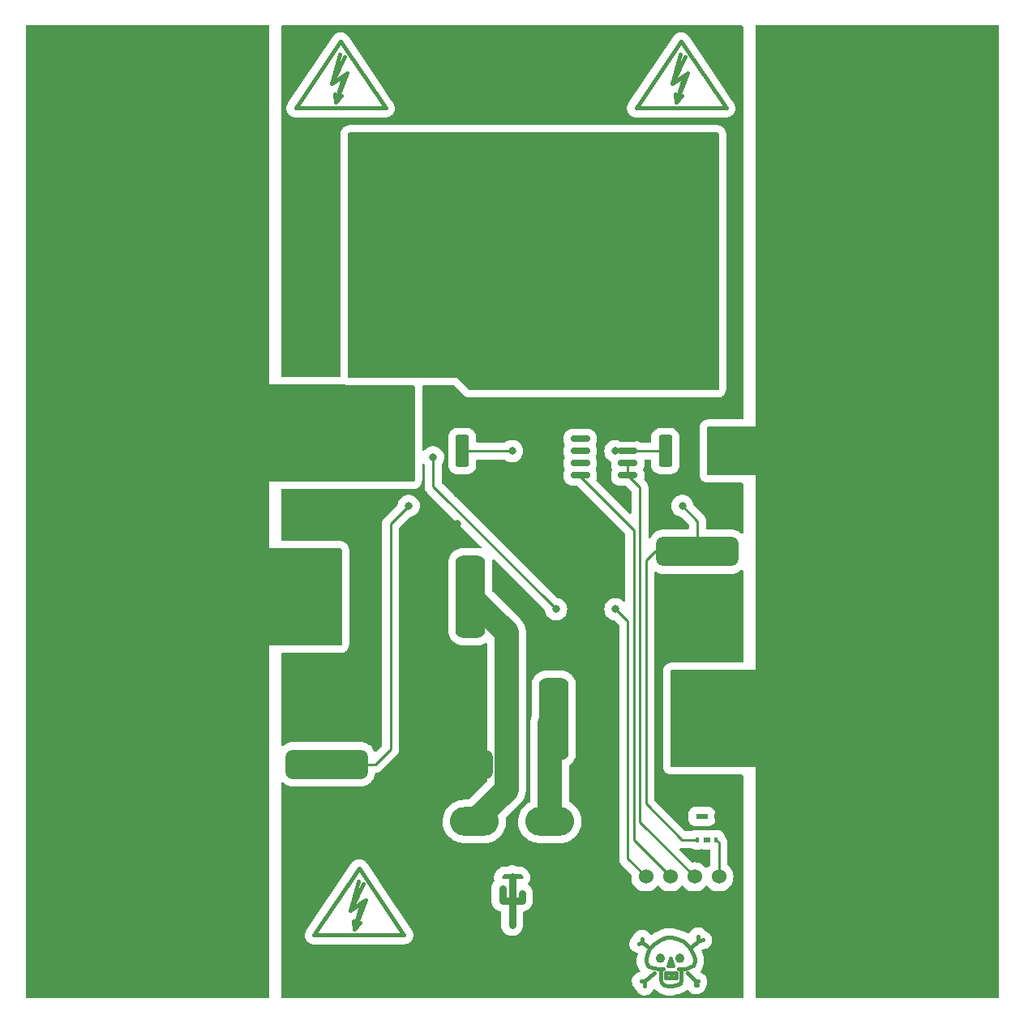
<source format=gtl>
G04 #@! TF.GenerationSoftware,KiCad,Pcbnew,7.0.7*
G04 #@! TF.CreationDate,2024-02-27T11:50:38-06:00*
G04 #@! TF.ProjectId,Relay_board_hardware,52656c61-795f-4626-9f61-72645f686172,rev?*
G04 #@! TF.SameCoordinates,Original*
G04 #@! TF.FileFunction,Copper,L1,Top*
G04 #@! TF.FilePolarity,Positive*
%FSLAX46Y46*%
G04 Gerber Fmt 4.6, Leading zero omitted, Abs format (unit mm)*
G04 Created by KiCad (PCBNEW 7.0.7) date 2024-02-27 11:50:38*
%MOMM*%
%LPD*%
G01*
G04 APERTURE LIST*
G04 Aperture macros list*
%AMRoundRect*
0 Rectangle with rounded corners*
0 $1 Rounding radius*
0 $2 $3 $4 $5 $6 $7 $8 $9 X,Y pos of 4 corners*
0 Add a 4 corners polygon primitive as box body*
4,1,4,$2,$3,$4,$5,$6,$7,$8,$9,$2,$3,0*
0 Add four circle primitives for the rounded corners*
1,1,$1+$1,$2,$3*
1,1,$1+$1,$4,$5*
1,1,$1+$1,$6,$7*
1,1,$1+$1,$8,$9*
0 Add four rect primitives between the rounded corners*
20,1,$1+$1,$2,$3,$4,$5,0*
20,1,$1+$1,$4,$5,$6,$7,0*
20,1,$1+$1,$6,$7,$8,$9,0*
20,1,$1+$1,$8,$9,$2,$3,0*%
G04 Aperture macros list end*
G04 #@! TA.AperFunction,EtchedComponent*
%ADD10C,0.381000*%
G04 #@! TD*
G04 #@! TA.AperFunction,EtchedComponent*
%ADD11C,0.254000*%
G04 #@! TD*
G04 #@! TA.AperFunction,EtchedComponent*
%ADD12C,0.762000*%
G04 #@! TD*
G04 #@! TA.AperFunction,ComponentPad*
%ADD13O,5.100000X3.000000*%
G04 #@! TD*
G04 #@! TA.AperFunction,ComponentPad*
%ADD14R,25.400000X50.800000*%
G04 #@! TD*
G04 #@! TA.AperFunction,SMDPad,CuDef*
%ADD15RoundRect,0.249999X0.450001X1.425001X-0.450001X1.425001X-0.450001X-1.425001X0.450001X-1.425001X0*%
G04 #@! TD*
G04 #@! TA.AperFunction,ComponentPad*
%ADD16RoundRect,0.775000X-3.525000X0.775000X-3.525000X-0.775000X3.525000X-0.775000X3.525000X0.775000X0*%
G04 #@! TD*
G04 #@! TA.AperFunction,ComponentPad*
%ADD17RoundRect,0.775000X0.775000X3.525000X-0.775000X3.525000X-0.775000X-3.525000X0.775000X-3.525000X0*%
G04 #@! TD*
G04 #@! TA.AperFunction,ComponentPad*
%ADD18RoundRect,0.775000X-0.775000X-3.525000X0.775000X-3.525000X0.775000X3.525000X-0.775000X3.525000X0*%
G04 #@! TD*
G04 #@! TA.AperFunction,SMDPad,CuDef*
%ADD19R,0.400000X0.500000*%
G04 #@! TD*
G04 #@! TA.AperFunction,SMDPad,CuDef*
%ADD20R,0.750000X0.500000*%
G04 #@! TD*
G04 #@! TA.AperFunction,SMDPad,CuDef*
%ADD21R,1.300000X0.500000*%
G04 #@! TD*
G04 #@! TA.AperFunction,SMDPad,CuDef*
%ADD22RoundRect,0.150000X0.825000X0.150000X-0.825000X0.150000X-0.825000X-0.150000X0.825000X-0.150000X0*%
G04 #@! TD*
G04 #@! TA.AperFunction,ComponentPad*
%ADD23RoundRect,0.775000X3.525000X-0.775000X3.525000X0.775000X-3.525000X0.775000X-3.525000X-0.775000X0*%
G04 #@! TD*
G04 #@! TA.AperFunction,ComponentPad*
%ADD24R,25.400000X25.400000*%
G04 #@! TD*
G04 #@! TA.AperFunction,ComponentPad*
%ADD25C,2.000000*%
G04 #@! TD*
G04 #@! TA.AperFunction,ComponentPad*
%ADD26C,1.524000*%
G04 #@! TD*
G04 #@! TA.AperFunction,ViaPad*
%ADD27C,0.800000*%
G04 #@! TD*
G04 #@! TA.AperFunction,Conductor*
%ADD28C,0.254000*%
G04 #@! TD*
G04 #@! TA.AperFunction,Conductor*
%ADD29C,2.540000*%
G04 #@! TD*
G04 #@! TA.AperFunction,Conductor*
%ADD30C,0.250000*%
G04 #@! TD*
G04 APERTURE END LIST*
D10*
X165354000Y-59436000D02*
X170053000Y-52451000D01*
X169153840Y-56842660D02*
X170352720Y-56042560D01*
X169153840Y-56842660D02*
X170454320Y-54041040D01*
X169555160Y-58841640D02*
X169453560Y-57942480D01*
X169555160Y-58841640D02*
X170154600Y-58143140D01*
X169555160Y-58841640D02*
X170754040Y-55742840D01*
X169953940Y-53842920D02*
X169153840Y-56842660D01*
X170053000Y-52451000D02*
X174752000Y-59436000D01*
X170352720Y-56042560D02*
X169555160Y-58841640D01*
X170754040Y-55742840D02*
X170154600Y-56141620D01*
X174752000Y-59436000D02*
X165354000Y-59436000D01*
X165989000Y-146558000D02*
X165608000Y-146685000D01*
X165989000Y-146558000D02*
X165989000Y-146177000D01*
X166243000Y-150622000D02*
X165862000Y-150622000D01*
X166243000Y-150622000D02*
X166243000Y-151130000D01*
X166370000Y-148336000D02*
X166497000Y-147828000D01*
X166370000Y-148590000D02*
X166370000Y-148336000D01*
X166370000Y-148590000D02*
X166497000Y-148844000D01*
X166497000Y-146939000D02*
X165989000Y-146558000D01*
X166497000Y-147828000D02*
X166751000Y-147193000D01*
X166497000Y-148844000D02*
X166624000Y-149098000D01*
X166624000Y-149098000D02*
X167132000Y-149225000D01*
X166751000Y-147193000D02*
X167259000Y-146685000D01*
X167132000Y-149225000D02*
X167767000Y-149352000D01*
X167259000Y-146685000D02*
X167894000Y-146304000D01*
X167259000Y-149733000D02*
X166243000Y-150622000D01*
X167767000Y-149352000D02*
X168148000Y-149352000D01*
X167894000Y-146304000D02*
X168529000Y-146050000D01*
X167894000Y-150114000D02*
X167894000Y-149352000D01*
X167894000Y-150495000D02*
X167894000Y-150114000D01*
X167894000Y-150495000D02*
X168021000Y-150749000D01*
X168021000Y-150749000D02*
X168275000Y-151003000D01*
X168275000Y-151003000D02*
X168656000Y-151130000D01*
X168402000Y-149733000D02*
X169545000Y-149733000D01*
X168402000Y-150241000D02*
X168402000Y-149733000D01*
X168529000Y-146050000D02*
X169037000Y-146050000D01*
X168656000Y-148971000D02*
X168910000Y-148209000D01*
X168910000Y-148209000D02*
X169164000Y-148971000D01*
X169037000Y-146050000D02*
X169672000Y-146177000D01*
X169037000Y-149860000D02*
X169037000Y-150114000D01*
X169037000Y-151130000D02*
X168656000Y-151130000D01*
X169164000Y-148971000D02*
X168656000Y-148971000D01*
X169545000Y-149733000D02*
X169545000Y-150241000D01*
X169545000Y-150241000D02*
X168402000Y-150241000D01*
X169545000Y-151003000D02*
X169037000Y-151130000D01*
X169672000Y-146177000D02*
X170307000Y-146431000D01*
X169926000Y-150876000D02*
X169545000Y-151003000D01*
X170053000Y-149352000D02*
X170053000Y-150114000D01*
X170053000Y-150114000D02*
X170053000Y-150495000D01*
X170053000Y-150495000D02*
X169926000Y-150876000D01*
X170180000Y-149352000D02*
X169799000Y-149352000D01*
X170307000Y-146431000D02*
X170815000Y-146939000D01*
X170561000Y-149352000D02*
X170180000Y-149352000D01*
X170688000Y-149733000D02*
X171577000Y-150622000D01*
X170815000Y-146939000D02*
X171069000Y-147320000D01*
X171069000Y-147320000D02*
X171323000Y-147828000D01*
X171069000Y-149098000D02*
X170561000Y-149352000D01*
X171196000Y-146939000D02*
X171831000Y-146431000D01*
X171323000Y-147828000D02*
X171450000Y-148209000D01*
X171323000Y-148971000D02*
X171069000Y-149098000D01*
X171450000Y-148209000D02*
X171450000Y-148590000D01*
X171450000Y-148590000D02*
X171323000Y-148971000D01*
X171577000Y-150622000D02*
X171577000Y-151003000D01*
X171577000Y-150622000D02*
X171831000Y-150622000D01*
X171577000Y-151003000D02*
X171704000Y-151003000D01*
X171831000Y-146431000D02*
X171831000Y-145923000D01*
X171831000Y-146431000D02*
X172339000Y-146304000D01*
X168177981Y-148209000D02*
G75*
G03*
X168177981Y-148209000I-283981J0D01*
G01*
X170209981Y-148209000D02*
G75*
G03*
X170209981Y-148209000I-283981J0D01*
G01*
X131729480Y-145787110D02*
X136428480Y-138802110D01*
X135529320Y-143193770D02*
X136728200Y-142393670D01*
X135529320Y-143193770D02*
X136829800Y-140392150D01*
X135930640Y-145192750D02*
X135829040Y-144293590D01*
X135930640Y-145192750D02*
X136530080Y-144494250D01*
X135930640Y-145192750D02*
X137129520Y-142093950D01*
X136329420Y-140194030D02*
X135529320Y-143193770D01*
X136428480Y-138802110D02*
X141127480Y-145787110D01*
X136728200Y-142393670D02*
X135930640Y-145192750D01*
X137129520Y-142093950D02*
X136530080Y-142492730D01*
X141127480Y-145787110D02*
X131729480Y-145787110D01*
X129794000Y-59436000D02*
X134493000Y-52451000D01*
X133593840Y-56842660D02*
X134792720Y-56042560D01*
X133593840Y-56842660D02*
X134894320Y-54041040D01*
X133995160Y-58841640D02*
X133893560Y-57942480D01*
X133995160Y-58841640D02*
X134594600Y-58143140D01*
X133995160Y-58841640D02*
X135194040Y-55742840D01*
X134393940Y-53842920D02*
X133593840Y-56842660D01*
X134493000Y-52451000D02*
X139192000Y-59436000D01*
X134792720Y-56042560D02*
X133995160Y-58841640D01*
X135194040Y-55742840D02*
X134594600Y-56141620D01*
X139192000Y-59436000D02*
X129794000Y-59436000D01*
D11*
X151384000Y-139761500D02*
X151638000Y-139507500D01*
X151384000Y-139761500D02*
X153416000Y-139761500D01*
D12*
X151384000Y-142174500D02*
X151384000Y-140904500D01*
X151384000Y-142174500D02*
X152400000Y-142174500D01*
D11*
X151638000Y-139507500D02*
X153162000Y-139507500D01*
D12*
X152400000Y-142174500D02*
X153416000Y-142174500D01*
X152400000Y-144714500D02*
X152400000Y-139634500D01*
D11*
X153162000Y-139507500D02*
X153416000Y-139761500D01*
D12*
X153416000Y-142174500D02*
X153416000Y-141412500D01*
D13*
X148463000Y-133922800D03*
X156337000Y-133922800D03*
D14*
X114300000Y-76200000D03*
D15*
X147195000Y-95250000D03*
X141095000Y-95250000D03*
D16*
X158754000Y-105740000D03*
X171754000Y-105740000D03*
D17*
X173754000Y-123240000D03*
D18*
X156754000Y-123240000D03*
D19*
X171770000Y-135820000D03*
D20*
X172720000Y-135820000D03*
D19*
X173670000Y-135820000D03*
X173670000Y-133420000D03*
D21*
X172220000Y-133420000D03*
D14*
X114300000Y-127000000D03*
X190500000Y-76200000D03*
D22*
X164465000Y-97790000D03*
X164465000Y-96520000D03*
X164465000Y-95250000D03*
X164465000Y-93980000D03*
X159515000Y-93980000D03*
X159515000Y-95250000D03*
X159515000Y-96520000D03*
X159515000Y-97790000D03*
D14*
X190500000Y-127000000D03*
D23*
X146046000Y-127940000D03*
X133046000Y-127940000D03*
D18*
X131046000Y-110440000D03*
D17*
X148046000Y-110440000D03*
D15*
X174500000Y-95250000D03*
X168400000Y-95250000D03*
D24*
X160655000Y-75565000D03*
D25*
X132080000Y-90250000D03*
X132080000Y-100250000D03*
D26*
X173990000Y-139700000D03*
X171450000Y-139700000D03*
X168910000Y-139700000D03*
X166370000Y-139700000D03*
X163830000Y-139700000D03*
D27*
X137160000Y-93345000D03*
X133985000Y-95885000D03*
X133985000Y-90805000D03*
X137160000Y-90805000D03*
X133985000Y-93345000D03*
X128270000Y-113030000D03*
X137160000Y-95885000D03*
X128270000Y-107950000D03*
X128270000Y-110490000D03*
X167640000Y-118745000D03*
X161925000Y-97155000D03*
X129540000Y-66040000D03*
X172720000Y-113665000D03*
X129540000Y-77470000D03*
X170815000Y-137160000D03*
X163195000Y-127635000D03*
X167640000Y-127635000D03*
X146685000Y-102870000D03*
X175260000Y-52070000D03*
X158115000Y-113665000D03*
X163195000Y-118745000D03*
X170815000Y-95250000D03*
X168910000Y-113665000D03*
X172720000Y-109855000D03*
X129540000Y-52070000D03*
X175260000Y-77470000D03*
X175895000Y-109855000D03*
X175895000Y-113665000D03*
X158115000Y-109855000D03*
X168910000Y-109855000D03*
X146685000Y-99695000D03*
X175260000Y-66040000D03*
X161925000Y-92075000D03*
X170180000Y-100965000D03*
X141605000Y-100965000D03*
X176530000Y-123190000D03*
X176530000Y-127000000D03*
X176530000Y-119380000D03*
X152400000Y-95250000D03*
X163195000Y-95250000D03*
X140970000Y-78740000D03*
X140970000Y-85090000D03*
X144780000Y-81915000D03*
X137160000Y-81915000D03*
X140970000Y-82550000D03*
X137160000Y-85090000D03*
X144780000Y-85090000D03*
X144780000Y-78740000D03*
X137160000Y-78740000D03*
X157000000Y-111760000D03*
X163195000Y-111760000D03*
X144145000Y-95885000D03*
D28*
X139700000Y-126365000D02*
X139700000Y-102870000D01*
X170110000Y-135820000D02*
X166370000Y-132080000D01*
X166370000Y-106680000D02*
X167310000Y-105740000D01*
X167310000Y-105740000D02*
X171754000Y-105740000D01*
X166370000Y-132080000D02*
X166370000Y-106680000D01*
X171754000Y-102539000D02*
X171754000Y-105740000D01*
X138125000Y-127940000D02*
X139700000Y-126365000D01*
X133046000Y-127940000D02*
X138125000Y-127940000D01*
X170180000Y-100965000D02*
X171754000Y-102539000D01*
X139700000Y-102870000D02*
X141605000Y-100965000D01*
X171770000Y-135820000D02*
X170110000Y-135820000D01*
D29*
X156337000Y-123657000D02*
X156754000Y-123240000D01*
X156337000Y-133922800D02*
X156337000Y-123657000D01*
X151816000Y-130569800D02*
X151816000Y-114210000D01*
X151816000Y-114210000D02*
X148046000Y-110440000D01*
X148463000Y-133922800D02*
X151816000Y-130569800D01*
D28*
X163195000Y-95250000D02*
X168400000Y-95250000D01*
X152400000Y-95250000D02*
X147195000Y-95250000D01*
D30*
X165100000Y-103505000D02*
X159515000Y-97920000D01*
D28*
X165100000Y-103505000D02*
X165100000Y-135890000D01*
X165100000Y-135890000D02*
X168910000Y-139700000D01*
D30*
X159515000Y-97920000D02*
X159515000Y-97790000D01*
D28*
X165735000Y-99060000D02*
X164465000Y-97790000D01*
X164465000Y-96520000D02*
X164465000Y-97790000D01*
X171450000Y-139700000D02*
X165735000Y-133985000D01*
X165735000Y-99060000D02*
X165735000Y-133985000D01*
X164465000Y-113030000D02*
X164465000Y-137795000D01*
D30*
X144145000Y-98905000D02*
X157000000Y-111760000D01*
D28*
X164465000Y-137795000D02*
X166370000Y-139700000D01*
X163195000Y-111760000D02*
X164465000Y-113030000D01*
D30*
X144145000Y-95885000D02*
X144145000Y-98905000D01*
D28*
X173990000Y-136140000D02*
X173670000Y-135820000D01*
X173990000Y-139700000D02*
X173990000Y-136140000D01*
G04 #@! TA.AperFunction,Conductor*
G36*
X180975000Y-97790000D02*
G01*
X172844000Y-97790000D01*
X172776961Y-97770315D01*
X172731206Y-97717511D01*
X172720000Y-97666000D01*
X172720000Y-92834000D01*
X172739685Y-92766961D01*
X172792489Y-92721206D01*
X172844000Y-92710000D01*
X177800000Y-92710000D01*
X180975000Y-92710000D01*
X180975000Y-97790000D01*
G37*
G04 #@! TD.AperFunction*
G04 #@! TA.AperFunction,Conductor*
G36*
X126943039Y-50820185D02*
G01*
X126988794Y-50872989D01*
X127000000Y-50924499D01*
X127000000Y-88265000D01*
X120650000Y-88265000D01*
X120650000Y-98425000D01*
X127000000Y-98425000D01*
X127000000Y-115570000D01*
X127000000Y-152275500D01*
X126980315Y-152342539D01*
X126927511Y-152388294D01*
X126876000Y-152399500D01*
X102872441Y-152399500D01*
X102867575Y-152399309D01*
X102813083Y-152395020D01*
X102672429Y-152382714D01*
X102654290Y-152379760D01*
X102574002Y-152360485D01*
X102463284Y-152330817D01*
X102455598Y-152328208D01*
X102369043Y-152292358D01*
X102270042Y-152246192D01*
X102263845Y-152242862D01*
X102183231Y-152193462D01*
X102180064Y-152191385D01*
X102147182Y-152168361D01*
X102093399Y-152130702D01*
X102088708Y-152127070D01*
X102016162Y-152065109D01*
X102012608Y-152061824D01*
X101938173Y-151987389D01*
X101934892Y-151983840D01*
X101872924Y-151911285D01*
X101869302Y-151906606D01*
X101808608Y-151819926D01*
X101806543Y-151816778D01*
X101757136Y-151736153D01*
X101753806Y-151729955D01*
X101707643Y-151630959D01*
X101687233Y-151581685D01*
X101671790Y-151544400D01*
X101669181Y-151536713D01*
X101639514Y-151425997D01*
X101620235Y-151345696D01*
X101617285Y-151327579D01*
X101604984Y-151186977D01*
X101600691Y-151132426D01*
X101600500Y-151127561D01*
X101600500Y-52072436D01*
X101600691Y-52067571D01*
X101604984Y-52013023D01*
X101617286Y-51872416D01*
X101620234Y-51854307D01*
X101639518Y-51773984D01*
X101669180Y-51663285D01*
X101671790Y-51655598D01*
X101707649Y-51569026D01*
X101753813Y-51470028D01*
X101757127Y-51463860D01*
X101806562Y-51383190D01*
X101808587Y-51380102D01*
X101869316Y-51293372D01*
X101872908Y-51288733D01*
X101934914Y-51216133D01*
X101938149Y-51212634D01*
X102012634Y-51138149D01*
X102016133Y-51134914D01*
X102088733Y-51072908D01*
X102093372Y-51069316D01*
X102180102Y-51008587D01*
X102183190Y-51006562D01*
X102263860Y-50957127D01*
X102270028Y-50953813D01*
X102369026Y-50907649D01*
X102455599Y-50871789D01*
X102463285Y-50869181D01*
X102465617Y-50868556D01*
X102573984Y-50839518D01*
X102654307Y-50820234D01*
X102672416Y-50817286D01*
X102812988Y-50804986D01*
X102867573Y-50800690D01*
X102872438Y-50800500D01*
X126876000Y-50800500D01*
X126943039Y-50820185D01*
G37*
G04 #@! TD.AperFunction*
G04 #@! TA.AperFunction,Conductor*
G36*
X177800000Y-128270000D02*
G01*
X170180000Y-128270000D01*
X169034000Y-128270000D01*
X168966961Y-128250315D01*
X168921206Y-128197511D01*
X168910000Y-128146000D01*
X168910000Y-118234000D01*
X168929685Y-118166961D01*
X168982489Y-118121206D01*
X169034000Y-118110000D01*
X177800000Y-118110000D01*
X177800000Y-128270000D01*
G37*
G04 #@! TD.AperFunction*
G04 #@! TA.AperFunction,Conductor*
G36*
X176473039Y-50820185D02*
G01*
X176518794Y-50872989D01*
X176530000Y-50924500D01*
X176530000Y-91818500D01*
X176510315Y-91885539D01*
X176457511Y-91931294D01*
X176406000Y-91942500D01*
X172844000Y-91942500D01*
X172843991Y-91942500D01*
X172843990Y-91942501D01*
X172680855Y-91960040D01*
X172680843Y-91960042D01*
X172629339Y-91971247D01*
X172603663Y-91977296D01*
X172437200Y-92040892D01*
X172437195Y-92040895D01*
X172289885Y-92141166D01*
X172251282Y-92174616D01*
X172237079Y-92186924D01*
X172211656Y-92211421D01*
X172178655Y-92243222D01*
X172072994Y-92386724D01*
X172003276Y-92550725D01*
X171983591Y-92617764D01*
X171973189Y-92656994D01*
X171973188Y-92657001D01*
X171973188Y-92657002D01*
X171952500Y-92834000D01*
X171952500Y-97666000D01*
X171952501Y-97666009D01*
X171970040Y-97829144D01*
X171970042Y-97829156D01*
X171981247Y-97880661D01*
X171987296Y-97906336D01*
X172050892Y-98072799D01*
X172050895Y-98072804D01*
X172151166Y-98220114D01*
X172151169Y-98220117D01*
X172196924Y-98272921D01*
X172253226Y-98331348D01*
X172396726Y-98437007D01*
X172560725Y-98506724D01*
X172627763Y-98526409D01*
X172627764Y-98526409D01*
X172657470Y-98534285D01*
X172667002Y-98536812D01*
X172844000Y-98557500D01*
X172844007Y-98557500D01*
X176406000Y-98557500D01*
X176473039Y-98577185D01*
X176518794Y-98629989D01*
X176530000Y-98681500D01*
X176530000Y-103742359D01*
X176510315Y-103809398D01*
X176457511Y-103855153D01*
X176388353Y-103865097D01*
X176325659Y-103836812D01*
X176214615Y-103742359D01*
X176180626Y-103713448D01*
X175968188Y-103585024D01*
X175968187Y-103585024D01*
X175737900Y-103492341D01*
X175495727Y-103437799D01*
X175495720Y-103437798D01*
X175349849Y-103427500D01*
X172767500Y-103427500D01*
X172700461Y-103407815D01*
X172654706Y-103355011D01*
X172643500Y-103303500D01*
X172643500Y-102618764D01*
X172645027Y-102599364D01*
X172647174Y-102585810D01*
X172643585Y-102517328D01*
X172643500Y-102514083D01*
X172643500Y-102492378D01*
X172641231Y-102470801D01*
X172640976Y-102467561D01*
X172637388Y-102399087D01*
X172637388Y-102399085D01*
X172633834Y-102385822D01*
X172630290Y-102366702D01*
X172628855Y-102353044D01*
X172607658Y-102287807D01*
X172606740Y-102284707D01*
X172588994Y-102218475D01*
X172582760Y-102206241D01*
X172575313Y-102188260D01*
X172571076Y-102175218D01*
X172571076Y-102175217D01*
X172560832Y-102157474D01*
X172536767Y-102115792D01*
X172535248Y-102112994D01*
X172504107Y-102051875D01*
X172504104Y-102051871D01*
X172504102Y-102051868D01*
X172495470Y-102041209D01*
X172484447Y-102025171D01*
X172477584Y-102013284D01*
X172477583Y-102013282D01*
X172431700Y-101962324D01*
X172429592Y-101959856D01*
X172415942Y-101943000D01*
X172415932Y-101942989D01*
X172400596Y-101927653D01*
X172398361Y-101925298D01*
X172352470Y-101874331D01*
X172352468Y-101874329D01*
X172341358Y-101866257D01*
X172326565Y-101853622D01*
X171369899Y-100896956D01*
X171336414Y-100835633D01*
X171334110Y-100820726D01*
X171327601Y-100750476D01*
X171268643Y-100543258D01*
X171268639Y-100543249D01*
X171172613Y-100350402D01*
X171042776Y-100178471D01*
X170883564Y-100033331D01*
X170883562Y-100033329D01*
X170700394Y-99919916D01*
X170700388Y-99919913D01*
X170542056Y-99858576D01*
X170499496Y-99842088D01*
X170287721Y-99802500D01*
X170072279Y-99802500D01*
X169860504Y-99842088D01*
X169860501Y-99842088D01*
X169860501Y-99842089D01*
X169659611Y-99919913D01*
X169659605Y-99919916D01*
X169476437Y-100033329D01*
X169476435Y-100033331D01*
X169317223Y-100178471D01*
X169187386Y-100350402D01*
X169091360Y-100543249D01*
X169091356Y-100543259D01*
X169032398Y-100750480D01*
X169012520Y-100964999D01*
X169032398Y-101179519D01*
X169091356Y-101386740D01*
X169091360Y-101386750D01*
X169187386Y-101579597D01*
X169317223Y-101751528D01*
X169476435Y-101896668D01*
X169476437Y-101896670D01*
X169659605Y-102010083D01*
X169659611Y-102010086D01*
X169702169Y-102026573D01*
X169860504Y-102087912D01*
X170049638Y-102123267D01*
X170111916Y-102154934D01*
X170114530Y-102157473D01*
X170828182Y-102871125D01*
X170861666Y-102932446D01*
X170864500Y-102958804D01*
X170864500Y-103303500D01*
X170844815Y-103370539D01*
X170792011Y-103416294D01*
X170740500Y-103427500D01*
X168158173Y-103427500D01*
X168158152Y-103427501D01*
X168142237Y-103428624D01*
X168012281Y-103437798D01*
X168012275Y-103437798D01*
X168012275Y-103437799D01*
X168012272Y-103437799D01*
X168012270Y-103437800D01*
X167770103Y-103492340D01*
X167770098Y-103492341D01*
X167539811Y-103585024D01*
X167539806Y-103585027D01*
X167327380Y-103713444D01*
X167327370Y-103713451D01*
X167138285Y-103874285D01*
X166977451Y-104063370D01*
X166977444Y-104063380D01*
X166854617Y-104266560D01*
X166803089Y-104313748D01*
X166734229Y-104325586D01*
X166669901Y-104298317D01*
X166630527Y-104240598D01*
X166624500Y-104202410D01*
X166624500Y-99139764D01*
X166626027Y-99120364D01*
X166628174Y-99106810D01*
X166624585Y-99038328D01*
X166624500Y-99035083D01*
X166624500Y-99013378D01*
X166622445Y-98993833D01*
X166622229Y-98991785D01*
X166621976Y-98988561D01*
X166621332Y-98976280D01*
X166618388Y-98920085D01*
X166614834Y-98906822D01*
X166611290Y-98887702D01*
X166609855Y-98874044D01*
X166588658Y-98808807D01*
X166587745Y-98805726D01*
X166569994Y-98739475D01*
X166563761Y-98727242D01*
X166556316Y-98709267D01*
X166552075Y-98696215D01*
X166552072Y-98696209D01*
X166517786Y-98636825D01*
X166516237Y-98633972D01*
X166485104Y-98572871D01*
X166476471Y-98562211D01*
X166465447Y-98546170D01*
X166458587Y-98534287D01*
X166422970Y-98494731D01*
X166412684Y-98483307D01*
X166410608Y-98480877D01*
X166396937Y-98463994D01*
X166381596Y-98448653D01*
X166379361Y-98446298D01*
X166333470Y-98395331D01*
X166333468Y-98395329D01*
X166322358Y-98387257D01*
X166307565Y-98374622D01*
X166208866Y-98275923D01*
X166175381Y-98214600D01*
X166176771Y-98156150D01*
X166196230Y-98083533D01*
X166202500Y-98003863D01*
X166202499Y-97576138D01*
X166196230Y-97496467D01*
X166146584Y-97311188D01*
X166095685Y-97211294D01*
X166082789Y-97142626D01*
X166095686Y-97098704D01*
X166113194Y-97064343D01*
X166146584Y-96998812D01*
X166196230Y-96813533D01*
X166202500Y-96733863D01*
X166202499Y-96306138D01*
X166199909Y-96273226D01*
X166214274Y-96204851D01*
X166263325Y-96155095D01*
X166323527Y-96139500D01*
X166813500Y-96139500D01*
X166880539Y-96159185D01*
X166926294Y-96211989D01*
X166937500Y-96263499D01*
X166937500Y-96724742D01*
X166938399Y-96733865D01*
X166952149Y-96873486D01*
X166952150Y-96873488D01*
X167010046Y-97064343D01*
X167104061Y-97240235D01*
X167104063Y-97240238D01*
X167230589Y-97394410D01*
X167384761Y-97520936D01*
X167384764Y-97520938D01*
X167560656Y-97614953D01*
X167560658Y-97614954D01*
X167751511Y-97672849D01*
X167751513Y-97672850D01*
X167788699Y-97676512D01*
X167900258Y-97687500D01*
X167900261Y-97687500D01*
X168899739Y-97687500D01*
X168899742Y-97687500D01*
X169048486Y-97672850D01*
X169239342Y-97614954D01*
X169415237Y-97520937D01*
X169569410Y-97394410D01*
X169695937Y-97240237D01*
X169789954Y-97064342D01*
X169847850Y-96873486D01*
X169862500Y-96724742D01*
X169862500Y-93775258D01*
X169847850Y-93626514D01*
X169789954Y-93435658D01*
X169695937Y-93259763D01*
X169695936Y-93259761D01*
X169569410Y-93105589D01*
X169415238Y-92979063D01*
X169415235Y-92979061D01*
X169239343Y-92885046D01*
X169048488Y-92827150D01*
X169048486Y-92827149D01*
X168933665Y-92815841D01*
X168899742Y-92812500D01*
X167900258Y-92812500D01*
X167868731Y-92815605D01*
X167751513Y-92827149D01*
X167751511Y-92827150D01*
X167560656Y-92885046D01*
X167384764Y-92979061D01*
X167384761Y-92979063D01*
X167230589Y-93105589D01*
X167104063Y-93259761D01*
X167104061Y-93259764D01*
X167010046Y-93435656D01*
X166952150Y-93626511D01*
X166952149Y-93626513D01*
X166940605Y-93743731D01*
X166938399Y-93766137D01*
X166937500Y-93775261D01*
X166937500Y-94236500D01*
X166917815Y-94303539D01*
X166865011Y-94349294D01*
X166813500Y-94360500D01*
X165870680Y-94360500D01*
X165803641Y-94340815D01*
X165792644Y-94332866D01*
X165789720Y-94330498D01*
X165618812Y-94243416D01*
X165433533Y-94193770D01*
X165433532Y-94193769D01*
X165433529Y-94193769D01*
X165353865Y-94187500D01*
X165353863Y-94187500D01*
X163693620Y-94187500D01*
X163648827Y-94179127D01*
X163514500Y-94127089D01*
X163514497Y-94127088D01*
X163514496Y-94127088D01*
X163302721Y-94087500D01*
X163087279Y-94087500D01*
X162875504Y-94127088D01*
X162875501Y-94127088D01*
X162875501Y-94127089D01*
X162674611Y-94204913D01*
X162674605Y-94204916D01*
X162491437Y-94318329D01*
X162491435Y-94318331D01*
X162332223Y-94463471D01*
X162202386Y-94635402D01*
X162106360Y-94828249D01*
X162106356Y-94828259D01*
X162047398Y-95035480D01*
X162031351Y-95208661D01*
X162027520Y-95250000D01*
X162029411Y-95270402D01*
X162047398Y-95464519D01*
X162106356Y-95671740D01*
X162106360Y-95671750D01*
X162202386Y-95864597D01*
X162332223Y-96036528D01*
X162491435Y-96181668D01*
X162491437Y-96181670D01*
X162668777Y-96291474D01*
X162715413Y-96343502D01*
X162727500Y-96396901D01*
X162727501Y-96733864D01*
X162727501Y-96733863D01*
X162733769Y-96813529D01*
X162733769Y-96813532D01*
X162733770Y-96813533D01*
X162783416Y-96998812D01*
X162829882Y-97090008D01*
X162834314Y-97098706D01*
X162847210Y-97167375D01*
X162834314Y-97211294D01*
X162783416Y-97311188D01*
X162733769Y-97496470D01*
X162727500Y-97576135D01*
X162727501Y-98003864D01*
X162727501Y-98003863D01*
X162733769Y-98083529D01*
X162733770Y-98083531D01*
X162733770Y-98083533D01*
X162783416Y-98268812D01*
X162790818Y-98283339D01*
X162870498Y-98439721D01*
X162991209Y-98588788D01*
X162991211Y-98588790D01*
X163140278Y-98709501D01*
X163140280Y-98709502D01*
X163311188Y-98796584D01*
X163496467Y-98846230D01*
X163544269Y-98849992D01*
X163576135Y-98852500D01*
X163576136Y-98852499D01*
X163576137Y-98852500D01*
X164218194Y-98852499D01*
X164285233Y-98872183D01*
X164305875Y-98888818D01*
X164809181Y-99392124D01*
X164842666Y-99453447D01*
X164845500Y-99479805D01*
X164845500Y-101696023D01*
X164825815Y-101763062D01*
X164773011Y-101808817D01*
X164703853Y-101818761D01*
X164640297Y-101789736D01*
X164633819Y-101783704D01*
X161230796Y-98380682D01*
X161197311Y-98319359D01*
X161198702Y-98260907D01*
X161209632Y-98220117D01*
X161246230Y-98083533D01*
X161252500Y-98003863D01*
X161252499Y-97576138D01*
X161246230Y-97496467D01*
X161196584Y-97311188D01*
X161145684Y-97211293D01*
X161132789Y-97142625D01*
X161145686Y-97098704D01*
X161196584Y-96998812D01*
X161246230Y-96813533D01*
X161252500Y-96733863D01*
X161252499Y-96306138D01*
X161246230Y-96226467D01*
X161196584Y-96041188D01*
X161145684Y-95941292D01*
X161132789Y-95872625D01*
X161145685Y-95828705D01*
X161196584Y-95728812D01*
X161246230Y-95543533D01*
X161252448Y-95464524D01*
X161252500Y-95463865D01*
X161252499Y-95036136D01*
X161252499Y-95036137D01*
X161246230Y-94956467D01*
X161196584Y-94771188D01*
X161145684Y-94671293D01*
X161132789Y-94602625D01*
X161145684Y-94558706D01*
X161196584Y-94458812D01*
X161246230Y-94273533D01*
X161252500Y-94193863D01*
X161252499Y-93766138D01*
X161246230Y-93686467D01*
X161196584Y-93501188D01*
X161109502Y-93330280D01*
X161109501Y-93330278D01*
X160988790Y-93181211D01*
X160988788Y-93181209D01*
X160839721Y-93060498D01*
X160754265Y-93016957D01*
X160668812Y-92973416D01*
X160483533Y-92923770D01*
X160483532Y-92923769D01*
X160483529Y-92923769D01*
X160403865Y-92917500D01*
X160403863Y-92917500D01*
X159514624Y-92917500D01*
X158626136Y-92917501D01*
X158626137Y-92917501D01*
X158546470Y-92923769D01*
X158361188Y-92973416D01*
X158190278Y-93060498D01*
X158041211Y-93181209D01*
X158041209Y-93181211D01*
X157920498Y-93330278D01*
X157833416Y-93501188D01*
X157783769Y-93686470D01*
X157777500Y-93766135D01*
X157777501Y-94193864D01*
X157777501Y-94193863D01*
X157783769Y-94273529D01*
X157783769Y-94273532D01*
X157783770Y-94273533D01*
X157833416Y-94458812D01*
X157879882Y-94550008D01*
X157884314Y-94558706D01*
X157897210Y-94627375D01*
X157884314Y-94671294D01*
X157833416Y-94771188D01*
X157783769Y-94956470D01*
X157777500Y-95036135D01*
X157777501Y-95463864D01*
X157777501Y-95463863D01*
X157783769Y-95543529D01*
X157783769Y-95543532D01*
X157783770Y-95543533D01*
X157833416Y-95728812D01*
X157833417Y-95728813D01*
X157884314Y-95828706D01*
X157897210Y-95897375D01*
X157884314Y-95941294D01*
X157833416Y-96041188D01*
X157783769Y-96226470D01*
X157777500Y-96306135D01*
X157777501Y-96733864D01*
X157777501Y-96733863D01*
X157783769Y-96813529D01*
X157783769Y-96813532D01*
X157783770Y-96813533D01*
X157833416Y-96998812D01*
X157884314Y-97098706D01*
X157897210Y-97167374D01*
X157884314Y-97211293D01*
X157833416Y-97311188D01*
X157783769Y-97496470D01*
X157777500Y-97576135D01*
X157777501Y-98003864D01*
X157777501Y-98003863D01*
X157783769Y-98083529D01*
X157783770Y-98083531D01*
X157783770Y-98083533D01*
X157833416Y-98268812D01*
X157840818Y-98283339D01*
X157920498Y-98439721D01*
X158041209Y-98588788D01*
X158041211Y-98588790D01*
X158190278Y-98709501D01*
X158190280Y-98709502D01*
X158361188Y-98796584D01*
X158546467Y-98846230D01*
X158594268Y-98849992D01*
X158626135Y-98852500D01*
X158626136Y-98852499D01*
X158626137Y-98852500D01*
X159141023Y-98852499D01*
X159208062Y-98872183D01*
X159228704Y-98888817D01*
X164174182Y-103834296D01*
X164207666Y-103895617D01*
X164210500Y-103921975D01*
X164210500Y-110831865D01*
X164190815Y-110898904D01*
X164138011Y-110944659D01*
X164068853Y-110954603D01*
X164005297Y-110925578D01*
X164002962Y-110923502D01*
X163898564Y-110828331D01*
X163898562Y-110828329D01*
X163715394Y-110714916D01*
X163715388Y-110714913D01*
X163557056Y-110653576D01*
X163514496Y-110637088D01*
X163302721Y-110597500D01*
X163087279Y-110597500D01*
X162875504Y-110637088D01*
X162875501Y-110637088D01*
X162875501Y-110637089D01*
X162674611Y-110714913D01*
X162674605Y-110714916D01*
X162491437Y-110828329D01*
X162491435Y-110828331D01*
X162332223Y-110973471D01*
X162202386Y-111145402D01*
X162106360Y-111338249D01*
X162106356Y-111338259D01*
X162047398Y-111545480D01*
X162027520Y-111759999D01*
X162047398Y-111974519D01*
X162106356Y-112181740D01*
X162106360Y-112181750D01*
X162202386Y-112374597D01*
X162332223Y-112546528D01*
X162491435Y-112691668D01*
X162491437Y-112691670D01*
X162674605Y-112805083D01*
X162674611Y-112805086D01*
X162717169Y-112821573D01*
X162875504Y-112882912D01*
X163064638Y-112918267D01*
X163126916Y-112949934D01*
X163129531Y-112952474D01*
X163539181Y-113362124D01*
X163572666Y-113423447D01*
X163575500Y-113449805D01*
X163575500Y-137715235D01*
X163573973Y-137734634D01*
X163571826Y-137748189D01*
X163575415Y-137816676D01*
X163575500Y-137819921D01*
X163575500Y-137841621D01*
X163577768Y-137863199D01*
X163578022Y-137866434D01*
X163581610Y-137934912D01*
X163581611Y-137934915D01*
X163585166Y-137948184D01*
X163588709Y-137967298D01*
X163589832Y-137977985D01*
X163590145Y-137980958D01*
X163605568Y-138028423D01*
X163608859Y-138038554D01*
X163611331Y-138046160D01*
X163612252Y-138049271D01*
X163630004Y-138115520D01*
X163636236Y-138127751D01*
X163643681Y-138145724D01*
X163647925Y-138158785D01*
X163682225Y-138218195D01*
X163683751Y-138221005D01*
X163714893Y-138282125D01*
X163723529Y-138292789D01*
X163734549Y-138308824D01*
X163741412Y-138320712D01*
X163741415Y-138320715D01*
X163787311Y-138371688D01*
X163789392Y-138374124D01*
X163801072Y-138388548D01*
X163803058Y-138391000D01*
X163803069Y-138391013D01*
X163818403Y-138406346D01*
X163820637Y-138408701D01*
X163864226Y-138457110D01*
X163866530Y-138459669D01*
X163877643Y-138467743D01*
X163892432Y-138480375D01*
X164820155Y-139408098D01*
X164853640Y-139469421D01*
X164856092Y-139505507D01*
X164840786Y-139699999D01*
X164859612Y-139939219D01*
X164915630Y-140172553D01*
X164915630Y-140172554D01*
X165007457Y-140394245D01*
X165007459Y-140394248D01*
X165132837Y-140598846D01*
X165132841Y-140598851D01*
X165161244Y-140632106D01*
X165288682Y-140781318D01*
X165319860Y-140807946D01*
X165471148Y-140937158D01*
X165471153Y-140937162D01*
X165675751Y-141062540D01*
X165675754Y-141062542D01*
X165897446Y-141154369D01*
X165955779Y-141168373D01*
X166130778Y-141210387D01*
X166370000Y-141229214D01*
X166609222Y-141210387D01*
X166842553Y-141154369D01*
X166842554Y-141154369D01*
X167064245Y-141062542D01*
X167064246Y-141062541D01*
X167064249Y-141062540D01*
X167268849Y-140937160D01*
X167451318Y-140781318D01*
X167545709Y-140670798D01*
X167604216Y-140632605D01*
X167674084Y-140632106D01*
X167733131Y-140669460D01*
X167734291Y-140670799D01*
X167828682Y-140781318D01*
X168011148Y-140937158D01*
X168011153Y-140937162D01*
X168215751Y-141062540D01*
X168215754Y-141062542D01*
X168437446Y-141154369D01*
X168495779Y-141168373D01*
X168670778Y-141210387D01*
X168910000Y-141229214D01*
X169149222Y-141210387D01*
X169382553Y-141154369D01*
X169382554Y-141154369D01*
X169604245Y-141062542D01*
X169604246Y-141062541D01*
X169604249Y-141062540D01*
X169808849Y-140937160D01*
X169991318Y-140781318D01*
X170085709Y-140670798D01*
X170144216Y-140632605D01*
X170214084Y-140632106D01*
X170273131Y-140669460D01*
X170274291Y-140670799D01*
X170368682Y-140781318D01*
X170551148Y-140937158D01*
X170551153Y-140937162D01*
X170755751Y-141062540D01*
X170755754Y-141062542D01*
X170977446Y-141154369D01*
X171035779Y-141168373D01*
X171210778Y-141210387D01*
X171450000Y-141229214D01*
X171689222Y-141210387D01*
X171922553Y-141154369D01*
X171922554Y-141154369D01*
X172144245Y-141062542D01*
X172144246Y-141062541D01*
X172144249Y-141062540D01*
X172348849Y-140937160D01*
X172531318Y-140781318D01*
X172625709Y-140670798D01*
X172684216Y-140632605D01*
X172754084Y-140632106D01*
X172813131Y-140669460D01*
X172814291Y-140670799D01*
X172908682Y-140781318D01*
X173091148Y-140937158D01*
X173091153Y-140937162D01*
X173295751Y-141062540D01*
X173295754Y-141062542D01*
X173517446Y-141154369D01*
X173575779Y-141168373D01*
X173750778Y-141210387D01*
X173990000Y-141229214D01*
X174229222Y-141210387D01*
X174462553Y-141154369D01*
X174462554Y-141154369D01*
X174684245Y-141062542D01*
X174684246Y-141062541D01*
X174684249Y-141062540D01*
X174888849Y-140937160D01*
X175071318Y-140781318D01*
X175227160Y-140598849D01*
X175352540Y-140394249D01*
X175352542Y-140394245D01*
X175444369Y-140172554D01*
X175444369Y-140172553D01*
X175461660Y-140100532D01*
X175500387Y-139939222D01*
X175519214Y-139700000D01*
X175500387Y-139460778D01*
X175455636Y-139274376D01*
X175444369Y-139227446D01*
X175444369Y-139227445D01*
X175352542Y-139005754D01*
X175352540Y-139005751D01*
X175227162Y-138801153D01*
X175227158Y-138801148D01*
X175122613Y-138678741D01*
X175071318Y-138618682D01*
X175071316Y-138618680D01*
X175071315Y-138618679D01*
X174922969Y-138491980D01*
X174884775Y-138433474D01*
X174879500Y-138397690D01*
X174879500Y-136219764D01*
X174881027Y-136200364D01*
X174883174Y-136186810D01*
X174879585Y-136118328D01*
X174879500Y-136115083D01*
X174879500Y-136093378D01*
X174877231Y-136071801D01*
X174876976Y-136068561D01*
X174873388Y-136000087D01*
X174873388Y-136000085D01*
X174869834Y-135986822D01*
X174866290Y-135967702D01*
X174864855Y-135954044D01*
X174843658Y-135888807D01*
X174842745Y-135885726D01*
X174824994Y-135819475D01*
X174818761Y-135807242D01*
X174811316Y-135789267D01*
X174807075Y-135776215D01*
X174807072Y-135776209D01*
X174772786Y-135716825D01*
X174771237Y-135713972D01*
X174740104Y-135652871D01*
X174731471Y-135642211D01*
X174720447Y-135626170D01*
X174713587Y-135614287D01*
X174667693Y-135563317D01*
X174665600Y-135560867D01*
X174655829Y-135548801D01*
X174628939Y-135484317D01*
X174628860Y-135483571D01*
X174621831Y-135414759D01*
X174565764Y-135245560D01*
X174472189Y-135093851D01*
X174346149Y-134967811D01*
X174226776Y-134894181D01*
X174194442Y-134874237D01*
X174194437Y-134874235D01*
X174025242Y-134818169D01*
X174025235Y-134818168D01*
X173920812Y-134807500D01*
X173419196Y-134807500D01*
X173419180Y-134807501D01*
X173314760Y-134818168D01*
X173308453Y-134819519D01*
X173256545Y-134819518D01*
X173250244Y-134818169D01*
X173145812Y-134807500D01*
X172294196Y-134807500D01*
X172294180Y-134807501D01*
X172189760Y-134818168D01*
X172183453Y-134819519D01*
X172131545Y-134819518D01*
X172125244Y-134818169D01*
X172020812Y-134807500D01*
X171519196Y-134807500D01*
X171519180Y-134807501D01*
X171414757Y-134818169D01*
X171245562Y-134874235D01*
X171245553Y-134874239D01*
X171184271Y-134912039D01*
X171119175Y-134930500D01*
X170529805Y-134930500D01*
X170462766Y-134910815D01*
X170442124Y-134894181D01*
X169268746Y-133720803D01*
X170807500Y-133720803D01*
X170807501Y-133720819D01*
X170818169Y-133825242D01*
X170825388Y-133847027D01*
X170874236Y-133994440D01*
X170967811Y-134146149D01*
X171093851Y-134272189D01*
X171245560Y-134365764D01*
X171414759Y-134421831D01*
X171519189Y-134432500D01*
X172920810Y-134432499D01*
X173025241Y-134421831D01*
X173194440Y-134365764D01*
X173346149Y-134272189D01*
X173472189Y-134146149D01*
X173565764Y-133994440D01*
X173621831Y-133825241D01*
X173632500Y-133720811D01*
X173632499Y-133119190D01*
X173621831Y-133014759D01*
X173565764Y-132845560D01*
X173472189Y-132693851D01*
X173346149Y-132567811D01*
X173194440Y-132474236D01*
X173194437Y-132474235D01*
X173025242Y-132418169D01*
X173025235Y-132418168D01*
X172920812Y-132407500D01*
X171519196Y-132407500D01*
X171519180Y-132407501D01*
X171414757Y-132418169D01*
X171245562Y-132474235D01*
X171245557Y-132474237D01*
X171093849Y-132567812D01*
X170967812Y-132693849D01*
X170874237Y-132845557D01*
X170874235Y-132845562D01*
X170818169Y-133014757D01*
X170818168Y-133014764D01*
X170807500Y-133119181D01*
X170807500Y-133720803D01*
X169268746Y-133720803D01*
X167295819Y-131747876D01*
X167262334Y-131686553D01*
X167259500Y-131660195D01*
X167259500Y-107945378D01*
X167279185Y-107878339D01*
X167331989Y-107832584D01*
X167401147Y-107822640D01*
X167447649Y-107839261D01*
X167491895Y-107866009D01*
X167539803Y-107894971D01*
X167539805Y-107894972D01*
X167539812Y-107894976D01*
X167770101Y-107987659D01*
X168012275Y-108042201D01*
X168158151Y-108052500D01*
X175349848Y-108052499D01*
X175495725Y-108042201D01*
X175737899Y-107987659D01*
X175968188Y-107894976D01*
X176180626Y-107766552D01*
X176325657Y-107643188D01*
X176389476Y-107614746D01*
X176458541Y-107625322D01*
X176510924Y-107671558D01*
X176529999Y-107737640D01*
X176530000Y-117218500D01*
X176510315Y-117285539D01*
X176457511Y-117331294D01*
X176406000Y-117342500D01*
X169034000Y-117342500D01*
X169033991Y-117342500D01*
X169033990Y-117342501D01*
X168870855Y-117360040D01*
X168870843Y-117360042D01*
X168819339Y-117371247D01*
X168793663Y-117377296D01*
X168627200Y-117440892D01*
X168627195Y-117440895D01*
X168479885Y-117541166D01*
X168441282Y-117574616D01*
X168427079Y-117586924D01*
X168401656Y-117611421D01*
X168368655Y-117643222D01*
X168262994Y-117786724D01*
X168193276Y-117950725D01*
X168173591Y-118017764D01*
X168163189Y-118056994D01*
X168163188Y-118057001D01*
X168163188Y-118057002D01*
X168142500Y-118234000D01*
X168142500Y-128146000D01*
X168142501Y-128146009D01*
X168160040Y-128309144D01*
X168160042Y-128309156D01*
X168171247Y-128360661D01*
X168177296Y-128386336D01*
X168240892Y-128552799D01*
X168240895Y-128552804D01*
X168341166Y-128700114D01*
X168341169Y-128700117D01*
X168386924Y-128752921D01*
X168443226Y-128811348D01*
X168586726Y-128917007D01*
X168750725Y-128986724D01*
X168817764Y-129006409D01*
X168857002Y-129016812D01*
X169034000Y-129037500D01*
X169034007Y-129037500D01*
X176406000Y-129037500D01*
X176473039Y-129057185D01*
X176518794Y-129109989D01*
X176530000Y-129161500D01*
X176530000Y-152275500D01*
X176510315Y-152342539D01*
X176457511Y-152388294D01*
X176406000Y-152399500D01*
X128394000Y-152399500D01*
X128326961Y-152379815D01*
X128281206Y-152327011D01*
X128270000Y-152275500D01*
X128270000Y-145802305D01*
X130771684Y-145802305D01*
X130772422Y-145808574D01*
X130773113Y-145829329D01*
X130772794Y-145835625D01*
X130772794Y-145835631D01*
X130784957Y-145915026D01*
X130794350Y-145994799D01*
X130794350Y-145994801D01*
X130796333Y-146000788D01*
X130801188Y-146020981D01*
X130802142Y-146027207D01*
X130802144Y-146027214D01*
X130830037Y-146102527D01*
X130855299Y-146178785D01*
X130858449Y-146184255D01*
X130867271Y-146203060D01*
X130869460Y-146208970D01*
X130869464Y-146208977D01*
X130911945Y-146277133D01*
X130942691Y-146330511D01*
X130952038Y-146346739D01*
X130952040Y-146346742D01*
X130952042Y-146346744D01*
X130956214Y-146351451D01*
X130968648Y-146368105D01*
X130971983Y-146373455D01*
X131027319Y-146431669D01*
X131080598Y-146491776D01*
X131080601Y-146491779D01*
X131080604Y-146491782D01*
X131080607Y-146491784D01*
X131080609Y-146491786D01*
X131085645Y-146495558D01*
X131101180Y-146509370D01*
X131105517Y-146513932D01*
X131105523Y-146513938D01*
X131162809Y-146553809D01*
X131171438Y-146559815D01*
X131235737Y-146607975D01*
X131241436Y-146610659D01*
X131259429Y-146621060D01*
X131263022Y-146623560D01*
X131264602Y-146624660D01*
X131338398Y-146656328D01*
X131361891Y-146667393D01*
X131411084Y-146690563D01*
X131417200Y-146692043D01*
X131436936Y-146698613D01*
X131442716Y-146701094D01*
X131521382Y-146717260D01*
X131599463Y-146736160D01*
X131605756Y-146736379D01*
X131626394Y-146738841D01*
X131632569Y-146740110D01*
X131712884Y-146740110D01*
X131793168Y-146742906D01*
X131793174Y-146742905D01*
X131799380Y-146741854D01*
X131820101Y-146740110D01*
X141093687Y-146740110D01*
X141097810Y-146740247D01*
X141105461Y-146740756D01*
X141160815Y-146744445D01*
X141240408Y-146733541D01*
X141320307Y-146725416D01*
X141326302Y-146723534D01*
X141346601Y-146718993D01*
X141352843Y-146718138D01*
X141428615Y-146691433D01*
X141505239Y-146667393D01*
X141510734Y-146664342D01*
X141529701Y-146655808D01*
X141535645Y-146653714D01*
X141536087Y-146653448D01*
X164650604Y-146653448D01*
X164663851Y-146846816D01*
X164715751Y-147033560D01*
X164752834Y-147105887D01*
X164804179Y-147206032D01*
X164925517Y-147357174D01*
X164925519Y-147357175D01*
X164925521Y-147357178D01*
X165074785Y-147480791D01*
X165074796Y-147480799D01*
X165245903Y-147571841D01*
X165437868Y-147628353D01*
X165437356Y-147630092D01*
X165491912Y-147657838D01*
X165527180Y-147718153D01*
X165527137Y-147778126D01*
X165466445Y-148020895D01*
X165460101Y-148039715D01*
X165456016Y-148049234D01*
X165440566Y-148124414D01*
X165433732Y-148151749D01*
X165431103Y-148169921D01*
X165430473Y-148173523D01*
X165417000Y-148239087D01*
X165417000Y-148258519D01*
X165415723Y-148276268D01*
X165412942Y-148295496D01*
X165412942Y-148295497D01*
X165416892Y-148362315D01*
X165417000Y-148365974D01*
X165417000Y-148512105D01*
X165415709Y-148529949D01*
X165412973Y-148548761D01*
X165412972Y-148548771D01*
X165415489Y-148591891D01*
X165416895Y-148615993D01*
X165417000Y-148619580D01*
X165417000Y-148638332D01*
X165419813Y-148665996D01*
X165424262Y-148742254D01*
X165424263Y-148742257D01*
X165427042Y-148752663D01*
X165430604Y-148772110D01*
X165431693Y-148782823D01*
X165454559Y-148855705D01*
X165474270Y-148929514D01*
X165479089Y-148939152D01*
X165486490Y-148957476D01*
X165489715Y-148967753D01*
X165489720Y-148967766D01*
X165512503Y-149008812D01*
X165526788Y-149034549D01*
X165601270Y-149183513D01*
X165601271Y-149183515D01*
X165735116Y-149451204D01*
X165742206Y-149468551D01*
X165746911Y-149483119D01*
X165746910Y-149483119D01*
X165756595Y-149500227D01*
X165772490Y-149568265D01*
X165749077Y-149634095D01*
X165693791Y-149676817D01*
X165673655Y-149682772D01*
X165669173Y-149683693D01*
X165484249Y-149741713D01*
X165484234Y-149741720D01*
X165314776Y-149835776D01*
X165314768Y-149835782D01*
X165167710Y-149962026D01*
X165167709Y-149962027D01*
X165049072Y-150115294D01*
X165049070Y-150115298D01*
X164963711Y-150289314D01*
X164915132Y-150476936D01*
X164915131Y-150476942D01*
X164905314Y-150670519D01*
X164934662Y-150862096D01*
X164934665Y-150862108D01*
X165001978Y-151043855D01*
X165001982Y-151043864D01*
X165104501Y-151208342D01*
X165104505Y-151208347D01*
X165238037Y-151348823D01*
X165238038Y-151348824D01*
X165238041Y-151348826D01*
X165298965Y-151391230D01*
X165342742Y-151445683D01*
X165346440Y-151455883D01*
X165362715Y-151507756D01*
X165362716Y-151507757D01*
X165456776Y-151677223D01*
X165456782Y-151677231D01*
X165583026Y-151824289D01*
X165583027Y-151824290D01*
X165735245Y-151942115D01*
X165736297Y-151942929D01*
X165910311Y-152028287D01*
X165910315Y-152028288D01*
X165910313Y-152028288D01*
X166097936Y-152076867D01*
X166097939Y-152076867D01*
X166097945Y-152076869D01*
X166291518Y-152086686D01*
X166483104Y-152057336D01*
X166664860Y-151990020D01*
X166829346Y-151887496D01*
X166969826Y-151753959D01*
X167080550Y-151594878D01*
X167140041Y-151456245D01*
X167184568Y-151402402D01*
X167251136Y-151381179D01*
X167318611Y-151399314D01*
X167343211Y-151419031D01*
X167402590Y-151480553D01*
X167402599Y-151480559D01*
X167407392Y-151484611D01*
X167407250Y-151484778D01*
X167417757Y-151493502D01*
X167546038Y-151621783D01*
X167557741Y-151635310D01*
X167569120Y-151650560D01*
X167569121Y-151650562D01*
X167619433Y-151695326D01*
X167622037Y-151697782D01*
X167635303Y-151711048D01*
X167656847Y-151728615D01*
X167713925Y-151779399D01*
X167715042Y-151780045D01*
X167723248Y-151784792D01*
X167739518Y-151796025D01*
X167747861Y-151802828D01*
X167747863Y-151802829D01*
X167747867Y-151802832D01*
X167815571Y-151838197D01*
X167881697Y-151876449D01*
X167891919Y-151879856D01*
X167910108Y-151887579D01*
X167919662Y-151892570D01*
X167971449Y-151907388D01*
X167993103Y-151913584D01*
X168314358Y-152020669D01*
X168319205Y-152022514D01*
X168369233Y-152043983D01*
X168369234Y-152043983D01*
X168369236Y-152043984D01*
X168455892Y-152061792D01*
X168542213Y-152081132D01*
X168542218Y-152081132D01*
X168548458Y-152081879D01*
X168548431Y-152082098D01*
X168552806Y-152082582D01*
X168552829Y-152082364D01*
X168559085Y-152083000D01*
X168647568Y-152083000D01*
X168736003Y-152084568D01*
X168736008Y-152084566D01*
X168736010Y-152084567D01*
X168742273Y-152084043D01*
X168742291Y-152084260D01*
X168755885Y-152083000D01*
X168950446Y-152083000D01*
X168970247Y-152084590D01*
X168980472Y-152086245D01*
X169057151Y-152083000D01*
X169085332Y-152083000D01*
X169085336Y-152083000D01*
X169092656Y-152082255D01*
X169103623Y-152081139D01*
X169107221Y-152080880D01*
X169174119Y-152078050D01*
X169192977Y-152073335D01*
X169210494Y-152070271D01*
X169229827Y-152068306D01*
X169293698Y-152048265D01*
X169297195Y-152047280D01*
X169714065Y-151943062D01*
X169721735Y-151941650D01*
X169754427Y-151937741D01*
X169809399Y-151919415D01*
X169813952Y-151918091D01*
X169823025Y-151915824D01*
X169831242Y-151912858D01*
X169857488Y-151903387D01*
X170185868Y-151793927D01*
X170190991Y-151792460D01*
X170223983Y-151784539D01*
X170242708Y-151780045D01*
X170242709Y-151780044D01*
X170242715Y-151780043D01*
X170323933Y-151741973D01*
X170405650Y-151705178D01*
X170405657Y-151705172D01*
X170411094Y-151702028D01*
X170411277Y-151702344D01*
X170413001Y-151701329D01*
X170412814Y-151701017D01*
X170418210Y-151697785D01*
X170418212Y-151697783D01*
X170418215Y-151697782D01*
X170490121Y-151644132D01*
X170562743Y-151591652D01*
X170562747Y-151591646D01*
X170567443Y-151587470D01*
X170567683Y-151587740D01*
X170569168Y-151586398D01*
X170568925Y-151586133D01*
X170573556Y-151581883D01*
X170573562Y-151581879D01*
X170603631Y-151548082D01*
X170662896Y-151511082D01*
X170732760Y-151511996D01*
X170790356Y-151549734D01*
X170790777Y-151550224D01*
X170790778Y-151550226D01*
X170800479Y-151561526D01*
X170811623Y-151576703D01*
X170819500Y-151589341D01*
X170819505Y-151589347D01*
X170868549Y-151640941D01*
X170870655Y-151643273D01*
X170899808Y-151677231D01*
X170917028Y-151697290D01*
X170917695Y-151697806D01*
X170928810Y-151706410D01*
X170942779Y-151719031D01*
X170953041Y-151729826D01*
X170953044Y-151729828D01*
X171011471Y-151770495D01*
X171013985Y-151772340D01*
X171035796Y-151789223D01*
X171070294Y-151815927D01*
X171070295Y-151815928D01*
X171083670Y-151822489D01*
X171099897Y-151832041D01*
X171112122Y-151840550D01*
X171146837Y-151855447D01*
X171177536Y-151868621D01*
X171180392Y-151869933D01*
X171244304Y-151901284D01*
X171244306Y-151901284D01*
X171244311Y-151901287D01*
X171258742Y-151905023D01*
X171276537Y-151911105D01*
X171290236Y-151916984D01*
X171325867Y-151924306D01*
X171359970Y-151931315D01*
X171363004Y-151932018D01*
X171431945Y-151949869D01*
X171446818Y-151950622D01*
X171465504Y-151953002D01*
X171480089Y-151956000D01*
X171551263Y-151956000D01*
X171554403Y-151956080D01*
X171581034Y-151957430D01*
X171625518Y-151959686D01*
X171637530Y-151957845D01*
X171640245Y-151957430D01*
X171659021Y-151956000D01*
X171752333Y-151956000D01*
X171896828Y-151941306D01*
X172081750Y-151883286D01*
X172081751Y-151883285D01*
X172081759Y-151883283D01*
X172251226Y-151789222D01*
X172398290Y-151662972D01*
X172516929Y-151509703D01*
X172602287Y-151335689D01*
X172650869Y-151148055D01*
X172651473Y-151136144D01*
X172663987Y-151087809D01*
X172685546Y-151043860D01*
X172729287Y-150954689D01*
X172777869Y-150767055D01*
X172787686Y-150573482D01*
X172758336Y-150381896D01*
X172691020Y-150200140D01*
X172638138Y-150115298D01*
X172588498Y-150035657D01*
X172588494Y-150035652D01*
X172454962Y-149895176D01*
X172454960Y-149895175D01*
X172295877Y-149784449D01*
X172149003Y-149721421D01*
X172095159Y-149676894D01*
X172073936Y-149610326D01*
X172092071Y-149542851D01*
X172097408Y-149534828D01*
X172099390Y-149532084D01*
X172099399Y-149532075D01*
X172128612Y-149481572D01*
X172131094Y-149477634D01*
X172164063Y-149429491D01*
X172176669Y-149399483D01*
X172180154Y-149392470D01*
X172196449Y-149364303D01*
X172214888Y-149308983D01*
X172216545Y-149304579D01*
X172239141Y-149250801D01*
X172245450Y-149218864D01*
X172247456Y-149211279D01*
X172306366Y-149034549D01*
X172340675Y-148931622D01*
X172342505Y-148926812D01*
X172363984Y-148876764D01*
X172381792Y-148790107D01*
X172401132Y-148703787D01*
X172401132Y-148703780D01*
X172401879Y-148697542D01*
X172402098Y-148697568D01*
X172402583Y-148693187D01*
X172402364Y-148693165D01*
X172403000Y-148686912D01*
X172403000Y-148598432D01*
X172404568Y-148509997D01*
X172404567Y-148509989D01*
X172404043Y-148503727D01*
X172404260Y-148503708D01*
X172403000Y-148490115D01*
X172403000Y-148251462D01*
X172403217Y-148246282D01*
X172405087Y-148223962D01*
X172407764Y-148192021D01*
X172397256Y-148104193D01*
X172388306Y-148016173D01*
X172388304Y-148016169D01*
X172387041Y-148010020D01*
X172387257Y-148009975D01*
X172386330Y-148005660D01*
X172386115Y-148005709D01*
X172384741Y-147999575D01*
X172384741Y-147999573D01*
X172356765Y-147915646D01*
X172330283Y-147831241D01*
X172330281Y-147831237D01*
X172330280Y-147831234D01*
X172327805Y-147825466D01*
X172328006Y-147825379D01*
X172322510Y-147812883D01*
X172236852Y-147555910D01*
X172235771Y-147552301D01*
X172231882Y-147537742D01*
X172218729Y-147488485D01*
X172211376Y-147473779D01*
X172199001Y-147405014D01*
X172225769Y-147340475D01*
X172283179Y-147300653D01*
X172292211Y-147298027D01*
X172617025Y-147216824D01*
X172753642Y-147167523D01*
X172918980Y-147066380D01*
X173060574Y-146934026D01*
X173172627Y-146775877D01*
X173250550Y-146598410D01*
X173291155Y-146408889D01*
X173292778Y-146215075D01*
X173255354Y-146024900D01*
X173255352Y-146024896D01*
X173255352Y-146024894D01*
X173180417Y-145846158D01*
X173180413Y-145846151D01*
X173107439Y-145739413D01*
X173071025Y-145686150D01*
X173069949Y-145685110D01*
X172931671Y-145551442D01*
X172931670Y-145551441D01*
X172768053Y-145447545D01*
X172768050Y-145447544D01*
X172768048Y-145447543D01*
X172665146Y-145408449D01*
X172615102Y-145373305D01*
X172551349Y-145299041D01*
X172490973Y-145228710D01*
X172490972Y-145228709D01*
X172337705Y-145110072D01*
X172337701Y-145110070D01*
X172306746Y-145094886D01*
X172163689Y-145024713D01*
X172163687Y-145024712D01*
X172163684Y-145024711D01*
X172163686Y-145024711D01*
X171976063Y-144976132D01*
X171976057Y-144976131D01*
X171847006Y-144969586D01*
X171782482Y-144966314D01*
X171782481Y-144966314D01*
X171782479Y-144966314D01*
X171590903Y-144995662D01*
X171590891Y-144995665D01*
X171409144Y-145062978D01*
X171409135Y-145062982D01*
X171244657Y-145165501D01*
X171244652Y-145165505D01*
X171104176Y-145299037D01*
X171104175Y-145299039D01*
X170993448Y-145458124D01*
X170993448Y-145458125D01*
X170956924Y-145543235D01*
X170912398Y-145597078D01*
X170845829Y-145618301D01*
X170778354Y-145600165D01*
X170774690Y-145597839D01*
X170750912Y-145582152D01*
X170708505Y-145565190D01*
X170702822Y-145562577D01*
X170662341Y-145541431D01*
X170662336Y-145541429D01*
X170618885Y-145528995D01*
X170612912Y-145526952D01*
X170369038Y-145429403D01*
X170034612Y-145295633D01*
X169971471Y-145268931D01*
X169953930Y-145261513D01*
X169953921Y-145261510D01*
X169899608Y-145250648D01*
X169894682Y-145249451D01*
X169841444Y-145234191D01*
X169841433Y-145234189D01*
X169806085Y-145231481D01*
X169798657Y-145230457D01*
X169226381Y-145116003D01*
X169133911Y-145097000D01*
X169085780Y-145097000D01*
X169079839Y-145096714D01*
X169068269Y-145095599D01*
X169031939Y-145092098D01*
X168998315Y-145095697D01*
X168989434Y-145096648D01*
X168982834Y-145097000D01*
X168540843Y-145097000D01*
X168455809Y-145094886D01*
X168455808Y-145094886D01*
X168455807Y-145094886D01*
X168398655Y-145105156D01*
X168393962Y-145105816D01*
X168336178Y-145111693D01*
X168336169Y-145111695D01*
X168304905Y-145121504D01*
X168297307Y-145123371D01*
X168265042Y-145129170D01*
X168265036Y-145129172D01*
X168211113Y-145150740D01*
X168206649Y-145152331D01*
X168151246Y-145169714D01*
X168151240Y-145169717D01*
X168122575Y-145185625D01*
X168115509Y-145188982D01*
X167559000Y-145411587D01*
X167486788Y-145436947D01*
X167429177Y-145471513D01*
X167426012Y-145473288D01*
X167366492Y-145504415D01*
X167366486Y-145504419D01*
X167351632Y-145516541D01*
X167337032Y-145526799D01*
X166982676Y-145739413D01*
X166915062Y-145757025D01*
X166848660Y-145735287D01*
X166810461Y-145693263D01*
X166775222Y-145629774D01*
X166772333Y-145626409D01*
X166648973Y-145482710D01*
X166648972Y-145482709D01*
X166495705Y-145364072D01*
X166495701Y-145364070D01*
X166437608Y-145335574D01*
X166321689Y-145278713D01*
X166321687Y-145278712D01*
X166321684Y-145278711D01*
X166321686Y-145278711D01*
X166134063Y-145230132D01*
X166134057Y-145230131D01*
X166005006Y-145223586D01*
X165940482Y-145220314D01*
X165940481Y-145220314D01*
X165940479Y-145220314D01*
X165748903Y-145249662D01*
X165748891Y-145249665D01*
X165567144Y-145316978D01*
X165567135Y-145316982D01*
X165402657Y-145419501D01*
X165402652Y-145419505D01*
X165262176Y-145553037D01*
X165262175Y-145553039D01*
X165151449Y-145712122D01*
X165085973Y-145864703D01*
X165044654Y-145916305D01*
X164971256Y-145969348D01*
X164971254Y-145969349D01*
X164840234Y-146112168D01*
X164840232Y-146112170D01*
X164840231Y-146112172D01*
X164740637Y-146278449D01*
X164740635Y-146278453D01*
X164740635Y-146278454D01*
X164676554Y-146461366D01*
X164650604Y-146653446D01*
X164650604Y-146653448D01*
X141536087Y-146653448D01*
X141604484Y-146612307D01*
X141674706Y-146573332D01*
X141679474Y-146569238D01*
X141696338Y-146557057D01*
X141701736Y-146553812D01*
X141760831Y-146499395D01*
X141821770Y-146447082D01*
X141825625Y-146442100D01*
X141839684Y-146426785D01*
X141844317Y-146422521D01*
X141891243Y-146357329D01*
X141940409Y-146293813D01*
X141943177Y-146288168D01*
X141953877Y-146270316D01*
X141957550Y-146265215D01*
X141990390Y-146191919D01*
X142025767Y-146119799D01*
X142027345Y-146113703D01*
X142034227Y-146094080D01*
X142036801Y-146088336D01*
X142054214Y-146009927D01*
X142074349Y-145932165D01*
X142074668Y-145925875D01*
X142077458Y-145905267D01*
X142078823Y-145899125D01*
X142080097Y-145818821D01*
X142084166Y-145738592D01*
X142083211Y-145732359D01*
X142081797Y-145711618D01*
X142081898Y-145705328D01*
X142066980Y-145626409D01*
X142054816Y-145547006D01*
X142052628Y-145541100D01*
X142047065Y-145521059D01*
X142045898Y-145514880D01*
X142015396Y-145440572D01*
X141987500Y-145365250D01*
X141984171Y-145359909D01*
X141974689Y-145341399D01*
X141972299Y-145335577D01*
X141927464Y-145268931D01*
X141884976Y-145200764D01*
X141880632Y-145196194D01*
X141867624Y-145179980D01*
X141847953Y-145150740D01*
X140661422Y-143386977D01*
X139917039Y-142280462D01*
X150240500Y-142280462D01*
X150249729Y-142329836D01*
X150250521Y-142335510D01*
X150255155Y-142385517D01*
X150255155Y-142385519D01*
X150268897Y-142433820D01*
X150270208Y-142439394D01*
X150279438Y-142488766D01*
X150279441Y-142488776D01*
X150297587Y-142535621D01*
X150299408Y-142541052D01*
X150313148Y-142589346D01*
X150313150Y-142589351D01*
X150335536Y-142634308D01*
X150337851Y-142639550D01*
X150355993Y-142686381D01*
X150355994Y-142686384D01*
X150382437Y-142729093D01*
X150385225Y-142734098D01*
X150407610Y-142779053D01*
X150437879Y-142819136D01*
X150441116Y-142823862D01*
X150467556Y-142866563D01*
X150467559Y-142866567D01*
X150501398Y-142903687D01*
X150505057Y-142908094D01*
X150535318Y-142948165D01*
X150535323Y-142948171D01*
X150572454Y-142982021D01*
X150576490Y-142986058D01*
X150610327Y-143023175D01*
X150610333Y-143023180D01*
X150650412Y-143053447D01*
X150654819Y-143057107D01*
X150665956Y-143067259D01*
X150691935Y-143090942D01*
X150734646Y-143117387D01*
X150739359Y-143120616D01*
X150779444Y-143150888D01*
X150824412Y-143173279D01*
X150829405Y-143176059D01*
X150857399Y-143193393D01*
X150872111Y-143202503D01*
X150872115Y-143202505D01*
X150918949Y-143220648D01*
X150924178Y-143222956D01*
X150969150Y-143245350D01*
X151017461Y-143259095D01*
X151022894Y-143260916D01*
X151069726Y-143279060D01*
X151105302Y-143285710D01*
X151119102Y-143288290D01*
X151124679Y-143289602D01*
X151142963Y-143294803D01*
X151166436Y-143301482D01*
X151225527Y-143338761D01*
X151255085Y-143402070D01*
X151256500Y-143420748D01*
X151256500Y-144767368D01*
X151260861Y-144814425D01*
X151271154Y-144925513D01*
X151271154Y-144925515D01*
X151271155Y-144925518D01*
X151329150Y-145129350D01*
X151329151Y-145129353D01*
X151423611Y-145319054D01*
X151551324Y-145488173D01*
X151654415Y-145582152D01*
X151707935Y-145630942D01*
X151797099Y-145686150D01*
X151876457Y-145735287D01*
X151888115Y-145742505D01*
X152085726Y-145819060D01*
X152294039Y-145858000D01*
X152294042Y-145858000D01*
X152505958Y-145858000D01*
X152505961Y-145858000D01*
X152714274Y-145819060D01*
X152911885Y-145742505D01*
X153092065Y-145630942D01*
X153248677Y-145488171D01*
X153376389Y-145319054D01*
X153470850Y-145129350D01*
X153528845Y-144925518D01*
X153543500Y-144767368D01*
X153543500Y-143420747D01*
X153563185Y-143353709D01*
X153615989Y-143307954D01*
X153633562Y-143301483D01*
X153633766Y-143301424D01*
X153675346Y-143289593D01*
X153680865Y-143288295D01*
X153730274Y-143279060D01*
X153777111Y-143260914D01*
X153782537Y-143259095D01*
X153830850Y-143245350D01*
X153875827Y-143222953D01*
X153881039Y-143220652D01*
X153927885Y-143202505D01*
X153970593Y-143176059D01*
X153975573Y-143173285D01*
X154020554Y-143150889D01*
X154060656Y-143120603D01*
X154065345Y-143117391D01*
X154108065Y-143090942D01*
X154145201Y-143057087D01*
X154149579Y-143053452D01*
X154189671Y-143023177D01*
X154223521Y-142986044D01*
X154227544Y-142982021D01*
X154264677Y-142948171D01*
X154294952Y-142908079D01*
X154298587Y-142903701D01*
X154332442Y-142866565D01*
X154358891Y-142823845D01*
X154362103Y-142819156D01*
X154392389Y-142779054D01*
X154414785Y-142734073D01*
X154417563Y-142729088D01*
X154444005Y-142686385D01*
X154462152Y-142639539D01*
X154464453Y-142634327D01*
X154486850Y-142589350D01*
X154500595Y-142541037D01*
X154502414Y-142535612D01*
X154503038Y-142534000D01*
X154520560Y-142488774D01*
X154529795Y-142439365D01*
X154531093Y-142433846D01*
X154544845Y-142385518D01*
X154549479Y-142335496D01*
X154550269Y-142329836D01*
X154559500Y-142280461D01*
X154559500Y-142068539D01*
X154559500Y-142068538D01*
X154559500Y-141359632D01*
X154544845Y-141201482D01*
X154486850Y-140997650D01*
X154392389Y-140807946D01*
X154264677Y-140638829D01*
X154115796Y-140503106D01*
X154079515Y-140443396D01*
X154081276Y-140373549D01*
X154107812Y-140330086D01*
X154106987Y-140329418D01*
X154111073Y-140324371D01*
X154111074Y-140324368D01*
X154111079Y-140324364D01*
X154148449Y-140266817D01*
X154150263Y-140264180D01*
X154190573Y-140208700D01*
X154196152Y-140196166D01*
X154205444Y-140179054D01*
X154212915Y-140167550D01*
X154212916Y-140167549D01*
X154237506Y-140103486D01*
X154238716Y-140100566D01*
X154266625Y-140037885D01*
X154269479Y-140024457D01*
X154275003Y-140005803D01*
X154279924Y-139992987D01*
X154290656Y-139925218D01*
X154291235Y-139922099D01*
X154305500Y-139854990D01*
X154305500Y-139841264D01*
X154307027Y-139821864D01*
X154309174Y-139808310D01*
X154305585Y-139739822D01*
X154305500Y-139736583D01*
X154305500Y-139668012D01*
X154305500Y-139668010D01*
X154302644Y-139654577D01*
X154300106Y-139635290D01*
X154299388Y-139621586D01*
X154299387Y-139621584D01*
X154281641Y-139555354D01*
X154280883Y-139552196D01*
X154270959Y-139505507D01*
X154266625Y-139485115D01*
X154261038Y-139472568D01*
X154254547Y-139454235D01*
X154250995Y-139440980D01*
X154250994Y-139440975D01*
X154219854Y-139379861D01*
X154218482Y-139376986D01*
X154201991Y-139339945D01*
X154190575Y-139314303D01*
X154190571Y-139314296D01*
X154182497Y-139303182D01*
X154172335Y-139286600D01*
X154166106Y-139274375D01*
X154147798Y-139251766D01*
X154122960Y-139221094D01*
X154120983Y-139218518D01*
X154080670Y-139163031D01*
X154080669Y-139163030D01*
X154080667Y-139163028D01*
X154029684Y-139117123D01*
X154027345Y-139114902D01*
X153847375Y-138934932D01*
X153834743Y-138920143D01*
X153826669Y-138909030D01*
X153826666Y-138909027D01*
X153775701Y-138863137D01*
X153773346Y-138860903D01*
X153758013Y-138845569D01*
X153758000Y-138845558D01*
X153755548Y-138843572D01*
X153741124Y-138831892D01*
X153738688Y-138829811D01*
X153687715Y-138783915D01*
X153687712Y-138783912D01*
X153675824Y-138777049D01*
X153659789Y-138766029D01*
X153649125Y-138757393D01*
X153649124Y-138757392D01*
X153624427Y-138744808D01*
X153588005Y-138726251D01*
X153585195Y-138724725D01*
X153525785Y-138690425D01*
X153512724Y-138686181D01*
X153494751Y-138678736D01*
X153482520Y-138672504D01*
X153416271Y-138654752D01*
X153413168Y-138653833D01*
X153395423Y-138648068D01*
X153347958Y-138632645D01*
X153344985Y-138632332D01*
X153334298Y-138631209D01*
X153315184Y-138627666D01*
X153301919Y-138624112D01*
X153301912Y-138624110D01*
X153233434Y-138620522D01*
X153230199Y-138620268D01*
X153208621Y-138618000D01*
X153208620Y-138618000D01*
X153186922Y-138618000D01*
X153183678Y-138617915D01*
X153115190Y-138614326D01*
X153115189Y-138614326D01*
X153107601Y-138615527D01*
X153101633Y-138616473D01*
X153082236Y-138618000D01*
X152964156Y-138618000D01*
X152917799Y-138607098D01*
X152917231Y-138608566D01*
X152878042Y-138593384D01*
X152714274Y-138529940D01*
X152505961Y-138491000D01*
X152294039Y-138491000D01*
X152085726Y-138529940D01*
X152085723Y-138529940D01*
X152085723Y-138529941D01*
X151882769Y-138608566D01*
X151882200Y-138607098D01*
X151835844Y-138618000D01*
X151717764Y-138618000D01*
X151698366Y-138616473D01*
X151684810Y-138614326D01*
X151616327Y-138617915D01*
X151613084Y-138618000D01*
X151591380Y-138618000D01*
X151585087Y-138618661D01*
X151569788Y-138620268D01*
X151566557Y-138620522D01*
X151498082Y-138624112D01*
X151484819Y-138627665D01*
X151465705Y-138631208D01*
X151452049Y-138632644D01*
X151452037Y-138632646D01*
X151397017Y-138650523D01*
X151386827Y-138653834D01*
X151383725Y-138654753D01*
X151317478Y-138672504D01*
X151317470Y-138672507D01*
X151305234Y-138678741D01*
X151287278Y-138686179D01*
X151274217Y-138690423D01*
X151274213Y-138690425D01*
X151214817Y-138724716D01*
X151211968Y-138726263D01*
X151150878Y-138757391D01*
X151140202Y-138766036D01*
X151124178Y-138777048D01*
X151112284Y-138783915D01*
X151061326Y-138829797D01*
X151058862Y-138831902D01*
X151041992Y-138845563D01*
X151026640Y-138860915D01*
X151024288Y-138863146D01*
X150973332Y-138909027D01*
X150973328Y-138909031D01*
X150965254Y-138920144D01*
X150952622Y-138934933D01*
X150772652Y-139114904D01*
X150770298Y-139117138D01*
X150719332Y-139163028D01*
X150719330Y-139163030D01*
X150679022Y-139218508D01*
X150677047Y-139221081D01*
X150633898Y-139274369D01*
X150633893Y-139274375D01*
X150633892Y-139274376D01*
X150633891Y-139274378D01*
X150627660Y-139286608D01*
X150617498Y-139303190D01*
X150609428Y-139314297D01*
X150609425Y-139314303D01*
X150581532Y-139376949D01*
X150580136Y-139379875D01*
X150549005Y-139440978D01*
X150549004Y-139440980D01*
X150545454Y-139454231D01*
X150538960Y-139472568D01*
X150537989Y-139474750D01*
X150533374Y-139485115D01*
X150519119Y-139552182D01*
X150518361Y-139555337D01*
X150500610Y-139621584D01*
X150499891Y-139635306D01*
X150497353Y-139654584D01*
X150494500Y-139668010D01*
X150494500Y-139736577D01*
X150494415Y-139739822D01*
X150490826Y-139808310D01*
X150492973Y-139821864D01*
X150494500Y-139841264D01*
X150494500Y-139854990D01*
X150503727Y-139898404D01*
X150508756Y-139922062D01*
X150509347Y-139925253D01*
X150520075Y-139992987D01*
X150524995Y-140005804D01*
X150530521Y-140024457D01*
X150533375Y-140037885D01*
X150535105Y-140043209D01*
X150537097Y-140113051D01*
X150516126Y-140156249D01*
X150407611Y-140299945D01*
X150313151Y-140489646D01*
X150255154Y-140693486D01*
X150240500Y-140851634D01*
X150240500Y-142280462D01*
X139917039Y-142280462D01*
X137238930Y-138299488D01*
X137236655Y-138295840D01*
X137205922Y-138242481D01*
X137151665Y-138181271D01*
X137099382Y-138118377D01*
X137099380Y-138118376D01*
X137099380Y-138118375D01*
X137095774Y-138115491D01*
X137080424Y-138100900D01*
X137077360Y-138097443D01*
X137077358Y-138097441D01*
X137077355Y-138097438D01*
X137011868Y-138048388D01*
X136948014Y-137997322D01*
X136947545Y-137997082D01*
X136943887Y-137995215D01*
X136925940Y-137984027D01*
X136922231Y-137981249D01*
X136922225Y-137981246D01*
X136848211Y-137946386D01*
X136775379Y-137909215D01*
X136775378Y-137909214D01*
X136775377Y-137909214D01*
X136770911Y-137907981D01*
X136751068Y-137900632D01*
X136746880Y-137898659D01*
X136746875Y-137898658D01*
X136667398Y-137879420D01*
X136588534Y-137857660D01*
X136588535Y-137857660D01*
X136583907Y-137857352D01*
X136562997Y-137854149D01*
X136558496Y-137853060D01*
X136476769Y-137850213D01*
X136395148Y-137844775D01*
X136395143Y-137844775D01*
X136390541Y-137845405D01*
X136369430Y-137846474D01*
X136364801Y-137846313D01*
X136364795Y-137846313D01*
X136284148Y-137859980D01*
X136203118Y-137871081D01*
X136198743Y-137872623D01*
X136178261Y-137877926D01*
X136173697Y-137878699D01*
X136097461Y-137908317D01*
X136020315Y-137935506D01*
X136020310Y-137935508D01*
X136016337Y-137937898D01*
X135997350Y-137947211D01*
X135993038Y-137948886D01*
X135993022Y-137948894D01*
X135924323Y-137993244D01*
X135854225Y-138035406D01*
X135854219Y-138035411D01*
X135850806Y-138038554D01*
X135834081Y-138051500D01*
X135830193Y-138054010D01*
X135771829Y-138111276D01*
X135711642Y-138166699D01*
X135708933Y-138170463D01*
X135695155Y-138186513D01*
X135691848Y-138189757D01*
X135646201Y-138257611D01*
X135598410Y-138324004D01*
X135598402Y-138324018D01*
X135596508Y-138328245D01*
X135586244Y-138346734D01*
X130957609Y-145227138D01*
X130955194Y-145230482D01*
X130916552Y-145280404D01*
X130916551Y-145280405D01*
X130881173Y-145352529D01*
X130843315Y-145423360D01*
X130841524Y-145429403D01*
X130833972Y-145448754D01*
X130831193Y-145454418D01*
X130831193Y-145454419D01*
X130811055Y-145532193D01*
X130788232Y-145609195D01*
X130788231Y-145609200D01*
X130787693Y-145615476D01*
X130784191Y-145635950D01*
X130782611Y-145642051D01*
X130778541Y-145722279D01*
X130771684Y-145802305D01*
X128270000Y-145802305D01*
X128270000Y-129937640D01*
X128289685Y-129870601D01*
X128342489Y-129824846D01*
X128411647Y-129814902D01*
X128474340Y-129843186D01*
X128619374Y-129966552D01*
X128831812Y-130094976D01*
X129062101Y-130187659D01*
X129304275Y-130242201D01*
X129450151Y-130252500D01*
X136641848Y-130252499D01*
X136787725Y-130242201D01*
X137029899Y-130187659D01*
X137260188Y-130094976D01*
X137472626Y-129966552D01*
X137661714Y-129805714D01*
X137822552Y-129616626D01*
X137950976Y-129404188D01*
X138043659Y-129173899D01*
X138098201Y-128931725D01*
X138098201Y-128931723D01*
X138099230Y-128927155D01*
X138100236Y-128927381D01*
X138127404Y-128868375D01*
X138186298Y-128830782D01*
X138214375Y-128826036D01*
X138264915Y-128823389D01*
X138278182Y-128819833D01*
X138297304Y-128816289D01*
X138310956Y-128814855D01*
X138376174Y-128793663D01*
X138379259Y-128792749D01*
X138445524Y-128774994D01*
X138457754Y-128768761D01*
X138475729Y-128761316D01*
X138488785Y-128757075D01*
X138548185Y-128722779D01*
X138550989Y-128721255D01*
X138612125Y-128690107D01*
X138622787Y-128681471D01*
X138638821Y-128670450D01*
X138650715Y-128663585D01*
X138701716Y-128617662D01*
X138704118Y-128615611D01*
X138721006Y-128601937D01*
X138736371Y-128586570D01*
X138738692Y-128584368D01*
X138789669Y-128538470D01*
X138797742Y-128527357D01*
X138810371Y-128512570D01*
X140272570Y-127050371D01*
X140287357Y-127037742D01*
X140298470Y-127029669D01*
X140344368Y-126978692D01*
X140346570Y-126976371D01*
X140361937Y-126961006D01*
X140375622Y-126944104D01*
X140377665Y-126941712D01*
X140423585Y-126890715D01*
X140430447Y-126878828D01*
X140441471Y-126862787D01*
X140450106Y-126852125D01*
X140481243Y-126791013D01*
X140482769Y-126788202D01*
X140517075Y-126728785D01*
X140521321Y-126715714D01*
X140528760Y-126697757D01*
X140534994Y-126685525D01*
X140552750Y-126619253D01*
X140553661Y-126616181D01*
X140558621Y-126600918D01*
X140574855Y-126550956D01*
X140576290Y-126537297D01*
X140579836Y-126518170D01*
X140583388Y-126504915D01*
X140586976Y-126436428D01*
X140587229Y-126433219D01*
X140589500Y-126411620D01*
X140589500Y-126389915D01*
X140589585Y-126386669D01*
X140593174Y-126318190D01*
X140591027Y-126304634D01*
X140589500Y-126285235D01*
X140589500Y-103289805D01*
X140609185Y-103222766D01*
X140625819Y-103202124D01*
X141143903Y-102684040D01*
X141670470Y-102157472D01*
X141731791Y-102123989D01*
X141735283Y-102123282D01*
X141924496Y-102087912D01*
X142125391Y-102010085D01*
X142308564Y-101896669D01*
X142467778Y-101751526D01*
X142597612Y-101579599D01*
X142693643Y-101386742D01*
X142752601Y-101179524D01*
X142772480Y-100965000D01*
X142752601Y-100750476D01*
X142693643Y-100543258D01*
X142693639Y-100543249D01*
X142597613Y-100350402D01*
X142467776Y-100178471D01*
X142308564Y-100033331D01*
X142308562Y-100033329D01*
X142125394Y-99919916D01*
X142125388Y-99919913D01*
X141967056Y-99858576D01*
X141924496Y-99842088D01*
X141712721Y-99802500D01*
X141497279Y-99802500D01*
X141285504Y-99842088D01*
X141285501Y-99842088D01*
X141285501Y-99842089D01*
X141084611Y-99919913D01*
X141084605Y-99919916D01*
X140901437Y-100033329D01*
X140901435Y-100033331D01*
X140742223Y-100178471D01*
X140612386Y-100350402D01*
X140516360Y-100543249D01*
X140516356Y-100543259D01*
X140457398Y-100750480D01*
X140450889Y-100820718D01*
X140425102Y-100885655D01*
X140415099Y-100896956D01*
X139127433Y-102184622D01*
X139112644Y-102197254D01*
X139101531Y-102205328D01*
X139101527Y-102205332D01*
X139055646Y-102256288D01*
X139053416Y-102258639D01*
X139038071Y-102273984D01*
X139038056Y-102274001D01*
X139024402Y-102290862D01*
X139022297Y-102293326D01*
X138976416Y-102344283D01*
X138976410Y-102344291D01*
X138969547Y-102356178D01*
X138958533Y-102372204D01*
X138949891Y-102382876D01*
X138918761Y-102443973D01*
X138917213Y-102446823D01*
X138882925Y-102506214D01*
X138882924Y-102506216D01*
X138878681Y-102519275D01*
X138871241Y-102537237D01*
X138865006Y-102549476D01*
X138847251Y-102615735D01*
X138846335Y-102618827D01*
X138825145Y-102684040D01*
X138825144Y-102684047D01*
X138823709Y-102697697D01*
X138820166Y-102716815D01*
X138816610Y-102730085D01*
X138813022Y-102798564D01*
X138812768Y-102801798D01*
X138810500Y-102823375D01*
X138810500Y-102845077D01*
X138810415Y-102848322D01*
X138806826Y-102916810D01*
X138808973Y-102930364D01*
X138810500Y-102949764D01*
X138810500Y-125945194D01*
X138790815Y-126012233D01*
X138774181Y-126032875D01*
X138192766Y-126614289D01*
X138131443Y-126647774D01*
X138061751Y-126642790D01*
X138005818Y-126600918D01*
X137990052Y-126572905D01*
X137981219Y-126550957D01*
X137950976Y-126475812D01*
X137822552Y-126263374D01*
X137756179Y-126185343D01*
X137661714Y-126074285D01*
X137506615Y-125942359D01*
X137472626Y-125913448D01*
X137260188Y-125785024D01*
X137260187Y-125785024D01*
X137029900Y-125692341D01*
X136787727Y-125637799D01*
X136787720Y-125637798D01*
X136641849Y-125627500D01*
X129450152Y-125627501D01*
X129434237Y-125628624D01*
X129304281Y-125637798D01*
X129304275Y-125637798D01*
X129304275Y-125637799D01*
X129304272Y-125637799D01*
X129304270Y-125637800D01*
X129062103Y-125692340D01*
X129062098Y-125692341D01*
X128831811Y-125785024D01*
X128831806Y-125785027D01*
X128619380Y-125913444D01*
X128619370Y-125913451D01*
X128474341Y-126036812D01*
X128410522Y-126065253D01*
X128341457Y-126054677D01*
X128289075Y-126008440D01*
X128270000Y-125942359D01*
X128270000Y-116461500D01*
X128289685Y-116394461D01*
X128342489Y-116348706D01*
X128394000Y-116337500D01*
X134495990Y-116337500D01*
X134496000Y-116337500D01*
X134659150Y-116319959D01*
X134710661Y-116308753D01*
X134736336Y-116302704D01*
X134858940Y-116255863D01*
X134902799Y-116239107D01*
X134902801Y-116239105D01*
X134902803Y-116239105D01*
X135050117Y-116138831D01*
X135102921Y-116093076D01*
X135161348Y-116036774D01*
X135267007Y-115893274D01*
X135336724Y-115729275D01*
X135356409Y-115662236D01*
X135366812Y-115622998D01*
X135387500Y-115446000D01*
X135387500Y-105534000D01*
X135369959Y-105370850D01*
X135358753Y-105319339D01*
X135352704Y-105293664D01*
X135326001Y-105223771D01*
X135289107Y-105127200D01*
X135289104Y-105127195D01*
X135188833Y-104979885D01*
X135143079Y-104927083D01*
X135143076Y-104927079D01*
X135086774Y-104868652D01*
X134943274Y-104762993D01*
X134779275Y-104693276D01*
X134712236Y-104673591D01*
X134712236Y-104673590D01*
X134673005Y-104663189D01*
X134672999Y-104663188D01*
X134672998Y-104663188D01*
X134496000Y-104642500D01*
X128394000Y-104642500D01*
X128326961Y-104622815D01*
X128281206Y-104570011D01*
X128270000Y-104518500D01*
X128270000Y-99316500D01*
X128289685Y-99249461D01*
X128342489Y-99203706D01*
X128394000Y-99192500D01*
X142115990Y-99192500D01*
X142116000Y-99192500D01*
X142279150Y-99174959D01*
X142330661Y-99163753D01*
X142356336Y-99157704D01*
X142478940Y-99110863D01*
X142522799Y-99094107D01*
X142522801Y-99094105D01*
X142522803Y-99094105D01*
X142670117Y-98993831D01*
X142722921Y-98948076D01*
X142781348Y-98891774D01*
X142887007Y-98748274D01*
X142956724Y-98584275D01*
X142976409Y-98517236D01*
X142986812Y-98477998D01*
X143007500Y-98301000D01*
X143007500Y-96677699D01*
X143027185Y-96610661D01*
X143079989Y-96564906D01*
X143149147Y-96554962D01*
X143212703Y-96583987D01*
X143230462Y-96602984D01*
X143232462Y-96605633D01*
X143257147Y-96670996D01*
X143257500Y-96680349D01*
X143257500Y-98825392D01*
X143255973Y-98844789D01*
X143253834Y-98858296D01*
X143256378Y-98906831D01*
X143257415Y-98926623D01*
X143257500Y-98929869D01*
X143257500Y-98951514D01*
X143259763Y-98973045D01*
X143260017Y-98976280D01*
X143263597Y-99044600D01*
X143263598Y-99044604D01*
X143267138Y-99057817D01*
X143270682Y-99076939D01*
X143272111Y-99090533D01*
X143272112Y-99090541D01*
X143293250Y-99155595D01*
X143294171Y-99158707D01*
X143311882Y-99224803D01*
X143318092Y-99236991D01*
X143325537Y-99254965D01*
X143329762Y-99267967D01*
X143363982Y-99327239D01*
X143365500Y-99330033D01*
X143387638Y-99373481D01*
X143396579Y-99391029D01*
X143396581Y-99391032D01*
X143405185Y-99401658D01*
X143416198Y-99417683D01*
X143423035Y-99429524D01*
X143423040Y-99429531D01*
X143423042Y-99429533D01*
X143468838Y-99480395D01*
X143470919Y-99482831D01*
X143482558Y-99497204D01*
X143484547Y-99499660D01*
X143484550Y-99499664D01*
X143499846Y-99514960D01*
X143502067Y-99517299D01*
X143532805Y-99551438D01*
X143547871Y-99568170D01*
X143547873Y-99568173D01*
X143553232Y-99572066D01*
X143558942Y-99576215D01*
X143573736Y-99588850D01*
X149167343Y-105182457D01*
X149200828Y-105243780D01*
X149195844Y-105313472D01*
X149153972Y-105369405D01*
X149088508Y-105393822D01*
X149052418Y-105391108D01*
X149037730Y-105387800D01*
X149037720Y-105387798D01*
X148891849Y-105377500D01*
X147200152Y-105377501D01*
X147184237Y-105378624D01*
X147054281Y-105387798D01*
X147054275Y-105387798D01*
X147054275Y-105387799D01*
X147054272Y-105387799D01*
X147054270Y-105387800D01*
X146812103Y-105442340D01*
X146812098Y-105442341D01*
X146581811Y-105535024D01*
X146581806Y-105535027D01*
X146369380Y-105663444D01*
X146369370Y-105663451D01*
X146180285Y-105824285D01*
X146019451Y-106013370D01*
X146019444Y-106013380D01*
X145891027Y-106225806D01*
X145891024Y-106225811D01*
X145798341Y-106456098D01*
X145798341Y-106456100D01*
X145743799Y-106698272D01*
X145743798Y-106698279D01*
X145733500Y-106844151D01*
X145733501Y-114035847D01*
X145743798Y-114181718D01*
X145743800Y-114181729D01*
X145798340Y-114423896D01*
X145798341Y-114423901D01*
X145891023Y-114654188D01*
X145891024Y-114654188D01*
X146019448Y-114866626D01*
X146019451Y-114866629D01*
X146180285Y-115055714D01*
X146291343Y-115150179D01*
X146369374Y-115216552D01*
X146581812Y-115344976D01*
X146812101Y-115437659D01*
X147054275Y-115492201D01*
X147200151Y-115502500D01*
X148891848Y-115502499D01*
X149037725Y-115492201D01*
X149279899Y-115437659D01*
X149510188Y-115344976D01*
X149595349Y-115293493D01*
X149662904Y-115275657D01*
X149729378Y-115297174D01*
X149773666Y-115351214D01*
X149783500Y-115399610D01*
X149783500Y-129676548D01*
X149763815Y-129743587D01*
X149747181Y-129764229D01*
X147887430Y-131623981D01*
X147826107Y-131657466D01*
X147799749Y-131660300D01*
X147337345Y-131660300D01*
X147110766Y-131675467D01*
X147110756Y-131675469D01*
X146813917Y-131735804D01*
X146527765Y-131835167D01*
X146527762Y-131835169D01*
X146257420Y-131971778D01*
X146007675Y-132143218D01*
X146007674Y-132143219D01*
X145783019Y-132346408D01*
X145587449Y-132577730D01*
X145424457Y-132833054D01*
X145296957Y-133107811D01*
X145296953Y-133107820D01*
X145263575Y-133215417D01*
X145207207Y-133397130D01*
X145156824Y-133695827D01*
X145146702Y-133998574D01*
X145177022Y-134299959D01*
X145177023Y-134299962D01*
X145247243Y-134594619D01*
X145247247Y-134594633D01*
X145356108Y-134877286D01*
X145356111Y-134877292D01*
X145356113Y-134877297D01*
X145501688Y-135142936D01*
X145681370Y-135386802D01*
X145891953Y-135604544D01*
X146129679Y-135792274D01*
X146175610Y-135819479D01*
X146390300Y-135946641D01*
X146390302Y-135946642D01*
X146390304Y-135946642D01*
X146390306Y-135946644D01*
X146669183Y-136064898D01*
X146669186Y-136064898D01*
X146669189Y-136064900D01*
X146773152Y-136093378D01*
X146961333Y-136144926D01*
X147261543Y-136185300D01*
X147261547Y-136185300D01*
X149588655Y-136185300D01*
X149724601Y-136176199D01*
X149815237Y-136170132D01*
X150112080Y-136109796D01*
X150398233Y-136010433D01*
X150583159Y-135916984D01*
X150668579Y-135873821D01*
X150668581Y-135873819D01*
X150668588Y-135873816D01*
X150918323Y-135702383D01*
X151142979Y-135499193D01*
X151338548Y-135267873D01*
X151501540Y-135012550D01*
X151629047Y-134737780D01*
X151718793Y-134448467D01*
X151769176Y-134149773D01*
X151774231Y-133998574D01*
X153020702Y-133998574D01*
X153051022Y-134299959D01*
X153051023Y-134299962D01*
X153121243Y-134594619D01*
X153121247Y-134594633D01*
X153230108Y-134877286D01*
X153230111Y-134877292D01*
X153230113Y-134877297D01*
X153375688Y-135142936D01*
X153555370Y-135386802D01*
X153765953Y-135604544D01*
X154003679Y-135792274D01*
X154049610Y-135819479D01*
X154264300Y-135946641D01*
X154264302Y-135946642D01*
X154264304Y-135946642D01*
X154264306Y-135946644D01*
X154543183Y-136064898D01*
X154543186Y-136064898D01*
X154543189Y-136064900D01*
X154647152Y-136093378D01*
X154835333Y-136144926D01*
X155135543Y-136185300D01*
X155135547Y-136185300D01*
X157462655Y-136185300D01*
X157598601Y-136176199D01*
X157689237Y-136170132D01*
X157986080Y-136109796D01*
X158272233Y-136010433D01*
X158457159Y-135916984D01*
X158542579Y-135873821D01*
X158542581Y-135873819D01*
X158542588Y-135873816D01*
X158792323Y-135702383D01*
X159016979Y-135499193D01*
X159212548Y-135267873D01*
X159375540Y-135012550D01*
X159503047Y-134737780D01*
X159592793Y-134448467D01*
X159643176Y-134149773D01*
X159653298Y-133847029D01*
X159622977Y-133545638D01*
X159552756Y-133250976D01*
X159443887Y-132968303D01*
X159298312Y-132702664D01*
X159118630Y-132458798D01*
X158908047Y-132241056D01*
X158908040Y-132241050D01*
X158784153Y-132143218D01*
X158670321Y-132053326D01*
X158555206Y-131985143D01*
X158430307Y-131911165D01*
X158382658Y-131860063D01*
X158369500Y-131804475D01*
X158369500Y-128123440D01*
X158389185Y-128056401D01*
X158426804Y-128019801D01*
X158426569Y-128019474D01*
X158428773Y-128017885D01*
X158429354Y-128017321D01*
X158429422Y-128017279D01*
X158430626Y-128016552D01*
X158619714Y-127855714D01*
X158780552Y-127666626D01*
X158908976Y-127454188D01*
X159001659Y-127223899D01*
X159056201Y-126981725D01*
X159066500Y-126835849D01*
X159066499Y-119644152D01*
X159056201Y-119498275D01*
X159001659Y-119256101D01*
X158908976Y-119025812D01*
X158780552Y-118813374D01*
X158714179Y-118735343D01*
X158619714Y-118624285D01*
X158489148Y-118513227D01*
X158430626Y-118463448D01*
X158218188Y-118335024D01*
X158218188Y-118335023D01*
X157987900Y-118242341D01*
X157745727Y-118187799D01*
X157745720Y-118187798D01*
X157599849Y-118177500D01*
X155908152Y-118177501D01*
X155892237Y-118178624D01*
X155762281Y-118187798D01*
X155762275Y-118187798D01*
X155762275Y-118187799D01*
X155762272Y-118187799D01*
X155762270Y-118187800D01*
X155520103Y-118242340D01*
X155520098Y-118242341D01*
X155289811Y-118335024D01*
X155289806Y-118335027D01*
X155077380Y-118463444D01*
X155077370Y-118463451D01*
X154888285Y-118624285D01*
X154727451Y-118813370D01*
X154727444Y-118813380D01*
X154599027Y-119025806D01*
X154599024Y-119025811D01*
X154506341Y-119256098D01*
X154506341Y-119256100D01*
X154451799Y-119498272D01*
X154451798Y-119498279D01*
X154441500Y-119644151D01*
X154441500Y-122886601D01*
X154436082Y-122922856D01*
X154430764Y-122940247D01*
X154428112Y-122947342D01*
X154422407Y-122960156D01*
X154388126Y-123079710D01*
X154351758Y-123198663D01*
X154351757Y-123198668D01*
X154349563Y-123212519D01*
X154347924Y-123219909D01*
X154344061Y-123233381D01*
X154344058Y-123233394D01*
X154326747Y-123356576D01*
X154307290Y-123479418D01*
X154307289Y-123479428D01*
X154307045Y-123493440D01*
X154306451Y-123500994D01*
X154304500Y-123514872D01*
X154304500Y-123639258D01*
X154302328Y-123763618D01*
X154302329Y-123763634D01*
X154304038Y-123777548D01*
X154304500Y-123785109D01*
X154304500Y-131808045D01*
X154284815Y-131875084D01*
X154236426Y-131918717D01*
X154131413Y-131971783D01*
X154131411Y-131971784D01*
X153881675Y-132143218D01*
X153881674Y-132143219D01*
X153657019Y-132346408D01*
X153461449Y-132577730D01*
X153298457Y-132833054D01*
X153170957Y-133107811D01*
X153170953Y-133107820D01*
X153137575Y-133215417D01*
X153081207Y-133397130D01*
X153030824Y-133695827D01*
X153020702Y-133998574D01*
X151774231Y-133998574D01*
X151779298Y-133847029D01*
X151751716Y-133572866D01*
X151764591Y-133504195D01*
X151787409Y-133472778D01*
X153214427Y-132045760D01*
X153216746Y-132043559D01*
X153281628Y-131985141D01*
X153361573Y-131889865D01*
X153443191Y-131795976D01*
X153447909Y-131788709D01*
X153450828Y-131784216D01*
X153455333Y-131778126D01*
X153464342Y-131767391D01*
X153521781Y-131675469D01*
X153530250Y-131661916D01*
X153598002Y-131557586D01*
X153598005Y-131557582D01*
X153603935Y-131544863D01*
X153607544Y-131538219D01*
X153614973Y-131526331D01*
X153665563Y-131412702D01*
X153718136Y-131299961D01*
X153722238Y-131286541D01*
X153724883Y-131279466D01*
X153730589Y-131266653D01*
X153764873Y-131147089D01*
X153801243Y-131028130D01*
X153803435Y-131014282D01*
X153805076Y-131006886D01*
X153808941Y-130993408D01*
X153826252Y-130870223D01*
X153845710Y-130747375D01*
X153845954Y-130733363D01*
X153846549Y-130725800D01*
X153848500Y-130711924D01*
X153848500Y-130587541D01*
X153850671Y-130463172D01*
X153848962Y-130449250D01*
X153848500Y-130441689D01*
X153848500Y-114264847D01*
X153848585Y-114261601D01*
X153853153Y-114174440D01*
X153842313Y-114050544D01*
X153833635Y-113926445D01*
X153833635Y-113926440D01*
X153830717Y-113912716D01*
X153829598Y-113905225D01*
X153828378Y-113891271D01*
X153800404Y-113770104D01*
X153774535Y-113648399D01*
X153769736Y-113635215D01*
X153767587Y-113627959D01*
X153764435Y-113614303D01*
X153719866Y-113498197D01*
X153677315Y-113381289D01*
X153670725Y-113368895D01*
X153667591Y-113362016D01*
X153662568Y-113348931D01*
X153661363Y-113346757D01*
X153602274Y-113240156D01*
X153543870Y-113130314D01*
X153543868Y-113130311D01*
X153543867Y-113130309D01*
X153535622Y-113118961D01*
X153531563Y-113112591D01*
X153524760Y-113100317D01*
X153449893Y-113000965D01*
X153376787Y-112900344D01*
X153367043Y-112890253D01*
X153362131Y-112884502D01*
X153360931Y-112882910D01*
X153353693Y-112873304D01*
X153265730Y-112785341D01*
X153179329Y-112695870D01*
X153168281Y-112687238D01*
X153162607Y-112682218D01*
X150394818Y-109914429D01*
X150361333Y-109853106D01*
X150358499Y-109826748D01*
X150358499Y-106844153D01*
X150348201Y-106698281D01*
X150348201Y-106698279D01*
X150348201Y-106698275D01*
X150344892Y-106683582D01*
X150349364Y-106613858D01*
X150390824Y-106557618D01*
X150456107Y-106532721D01*
X150524487Y-106547071D01*
X150553542Y-106568656D01*
X155809811Y-111824925D01*
X155843296Y-111886248D01*
X155845601Y-111901164D01*
X155852398Y-111974519D01*
X155911356Y-112181740D01*
X155911360Y-112181750D01*
X156007386Y-112374597D01*
X156137223Y-112546528D01*
X156296435Y-112691668D01*
X156296437Y-112691670D01*
X156479605Y-112805083D01*
X156479611Y-112805086D01*
X156522169Y-112821573D01*
X156680504Y-112882912D01*
X156892279Y-112922500D01*
X156892281Y-112922500D01*
X157107719Y-112922500D01*
X157107721Y-112922500D01*
X157319496Y-112882912D01*
X157520391Y-112805085D01*
X157703564Y-112691669D01*
X157862778Y-112546526D01*
X157992612Y-112374599D01*
X158088643Y-112181742D01*
X158147601Y-111974524D01*
X158167480Y-111760000D01*
X158147601Y-111545476D01*
X158088643Y-111338258D01*
X158015500Y-111191366D01*
X157992613Y-111145402D01*
X157862776Y-110973471D01*
X157703564Y-110828331D01*
X157703562Y-110828329D01*
X157520394Y-110714916D01*
X157520388Y-110714913D01*
X157319499Y-110637089D01*
X157319498Y-110637088D01*
X157319496Y-110637088D01*
X157126883Y-110601082D01*
X157064603Y-110569413D01*
X157061988Y-110566874D01*
X145068819Y-98573704D01*
X145035334Y-98512381D01*
X145032500Y-98486023D01*
X145032500Y-96724742D01*
X145732500Y-96724742D01*
X145733399Y-96733865D01*
X145747149Y-96873486D01*
X145747150Y-96873488D01*
X145805046Y-97064343D01*
X145899061Y-97240235D01*
X145899063Y-97240238D01*
X146025589Y-97394410D01*
X146179761Y-97520936D01*
X146179764Y-97520938D01*
X146355656Y-97614953D01*
X146355658Y-97614954D01*
X146546511Y-97672849D01*
X146546513Y-97672850D01*
X146583699Y-97676512D01*
X146695258Y-97687500D01*
X146695261Y-97687500D01*
X147694739Y-97687500D01*
X147694742Y-97687500D01*
X147843486Y-97672850D01*
X148034342Y-97614954D01*
X148210237Y-97520937D01*
X148364410Y-97394410D01*
X148490937Y-97240237D01*
X148584954Y-97064342D01*
X148642850Y-96873486D01*
X148657500Y-96724742D01*
X148657500Y-96263500D01*
X148677185Y-96196461D01*
X148729989Y-96150706D01*
X148781500Y-96139500D01*
X151602141Y-96139500D01*
X151669180Y-96159185D01*
X151685676Y-96171859D01*
X151696436Y-96181669D01*
X151696438Y-96181670D01*
X151696439Y-96181671D01*
X151879605Y-96295083D01*
X151879611Y-96295086D01*
X151908140Y-96306138D01*
X152080504Y-96372912D01*
X152292279Y-96412500D01*
X152292281Y-96412500D01*
X152507719Y-96412500D01*
X152507721Y-96412500D01*
X152719496Y-96372912D01*
X152920391Y-96295085D01*
X153103564Y-96181669D01*
X153262778Y-96036526D01*
X153392612Y-95864599D01*
X153488643Y-95671742D01*
X153547601Y-95464524D01*
X153567480Y-95250000D01*
X153547601Y-95035476D01*
X153488643Y-94828258D01*
X153455695Y-94762089D01*
X153392613Y-94635402D01*
X153262776Y-94463471D01*
X153103564Y-94318331D01*
X153103562Y-94318329D01*
X152920394Y-94204916D01*
X152920388Y-94204913D01*
X152762056Y-94143576D01*
X152719496Y-94127088D01*
X152507721Y-94087500D01*
X152292279Y-94087500D01*
X152080504Y-94127088D01*
X152080501Y-94127088D01*
X152080501Y-94127089D01*
X151879611Y-94204913D01*
X151879605Y-94204916D01*
X151696439Y-94318328D01*
X151696435Y-94318331D01*
X151696436Y-94318331D01*
X151685678Y-94328137D01*
X151622875Y-94358754D01*
X151602141Y-94360500D01*
X148781500Y-94360500D01*
X148714461Y-94340815D01*
X148668706Y-94288011D01*
X148657500Y-94236500D01*
X148657500Y-93775261D01*
X148656601Y-93766138D01*
X148642850Y-93626514D01*
X148584954Y-93435658D01*
X148490937Y-93259763D01*
X148490936Y-93259761D01*
X148364410Y-93105589D01*
X148210238Y-92979063D01*
X148210235Y-92979061D01*
X148034343Y-92885046D01*
X147843488Y-92827150D01*
X147843486Y-92827149D01*
X147728665Y-92815841D01*
X147694742Y-92812500D01*
X146695258Y-92812500D01*
X146663731Y-92815605D01*
X146546513Y-92827149D01*
X146546511Y-92827150D01*
X146355656Y-92885046D01*
X146179764Y-92979061D01*
X146179761Y-92979063D01*
X146025589Y-93105589D01*
X145899063Y-93259761D01*
X145899061Y-93259764D01*
X145805046Y-93435656D01*
X145747150Y-93626511D01*
X145747149Y-93626513D01*
X145735605Y-93743731D01*
X145732500Y-93775258D01*
X145732500Y-96724742D01*
X145032500Y-96724742D01*
X145032500Y-96680349D01*
X145052185Y-96613310D01*
X145057546Y-96605622D01*
X145095803Y-96554962D01*
X145137612Y-96499599D01*
X145233643Y-96306742D01*
X145292601Y-96099524D01*
X145312480Y-95885000D01*
X145292601Y-95670476D01*
X145233643Y-95463258D01*
X145233639Y-95463249D01*
X145137613Y-95270402D01*
X145007776Y-95098471D01*
X144848564Y-94953331D01*
X144848562Y-94953329D01*
X144665394Y-94839916D01*
X144665388Y-94839913D01*
X144487986Y-94771188D01*
X144464496Y-94762088D01*
X144252721Y-94722500D01*
X144037279Y-94722500D01*
X143825504Y-94762088D01*
X143825501Y-94762088D01*
X143825501Y-94762089D01*
X143624611Y-94839913D01*
X143624605Y-94839916D01*
X143441437Y-94953329D01*
X143441435Y-94953331D01*
X143282223Y-95098472D01*
X143230454Y-95167025D01*
X143174344Y-95208661D01*
X143104632Y-95213352D01*
X143043451Y-95179610D01*
X143010224Y-95118146D01*
X143007500Y-95092298D01*
X143007500Y-88521500D01*
X143027185Y-88454461D01*
X143079989Y-88408706D01*
X143131500Y-88397500D01*
X146315730Y-88397500D01*
X146382769Y-88417185D01*
X146403411Y-88433819D01*
X147390519Y-89420928D01*
X147390519Y-89420927D01*
X147392911Y-89423076D01*
X147421105Y-89448400D01*
X147457741Y-89477924D01*
X147559086Y-89547006D01*
X147559092Y-89547009D01*
X147607056Y-89567398D01*
X147723087Y-89616724D01*
X147790126Y-89636409D01*
X147829364Y-89646812D01*
X148006362Y-89667500D01*
X148006369Y-89667500D01*
X173865990Y-89667500D01*
X173866000Y-89667500D01*
X174029150Y-89649959D01*
X174080661Y-89638753D01*
X174106336Y-89632704D01*
X174219438Y-89589493D01*
X174272799Y-89569107D01*
X174272801Y-89569105D01*
X174272803Y-89569105D01*
X174420117Y-89468831D01*
X174472921Y-89423076D01*
X174531348Y-89366774D01*
X174637007Y-89223274D01*
X174706724Y-89059275D01*
X174726409Y-88992236D01*
X174736812Y-88952998D01*
X174757500Y-88776000D01*
X174757500Y-62100000D01*
X174739959Y-61936850D01*
X174728753Y-61885339D01*
X174722704Y-61859664D01*
X174696001Y-61789771D01*
X174659107Y-61693200D01*
X174659104Y-61693195D01*
X174558833Y-61545885D01*
X174513079Y-61493083D01*
X174513076Y-61493079D01*
X174456774Y-61434652D01*
X174313274Y-61328993D01*
X174149275Y-61259276D01*
X174082236Y-61239591D01*
X174082235Y-61239591D01*
X174043005Y-61229189D01*
X174042999Y-61229188D01*
X174042998Y-61229188D01*
X173866000Y-61208500D01*
X135379000Y-61208500D01*
X135378991Y-61208500D01*
X135378990Y-61208501D01*
X135215855Y-61226040D01*
X135215843Y-61226042D01*
X135164339Y-61237247D01*
X135138663Y-61243296D01*
X134972200Y-61306892D01*
X134972195Y-61306895D01*
X134824885Y-61407166D01*
X134786282Y-61440617D01*
X134772079Y-61452924D01*
X134746656Y-61477421D01*
X134713655Y-61509222D01*
X134607994Y-61652724D01*
X134538276Y-61816725D01*
X134518591Y-61883764D01*
X134508189Y-61922994D01*
X134508188Y-61923001D01*
X134508188Y-61923002D01*
X134487500Y-62100000D01*
X134487500Y-62100005D01*
X134487500Y-62100006D01*
X134487500Y-87373500D01*
X134467815Y-87440539D01*
X134415011Y-87486294D01*
X134363500Y-87497500D01*
X128394000Y-87497500D01*
X128326961Y-87477815D01*
X128281206Y-87425011D01*
X128270000Y-87373500D01*
X128270000Y-59451195D01*
X128836204Y-59451195D01*
X128836942Y-59457464D01*
X128837633Y-59478219D01*
X128837314Y-59484515D01*
X128837314Y-59484521D01*
X128849477Y-59563916D01*
X128858870Y-59643689D01*
X128858870Y-59643691D01*
X128860853Y-59649678D01*
X128865708Y-59669871D01*
X128866662Y-59676097D01*
X128866664Y-59676104D01*
X128894557Y-59751417D01*
X128919819Y-59827675D01*
X128922969Y-59833145D01*
X128931791Y-59851950D01*
X128933980Y-59857860D01*
X128933984Y-59857867D01*
X128976465Y-59926023D01*
X129007211Y-59979401D01*
X129016558Y-59995629D01*
X129016560Y-59995632D01*
X129016562Y-59995634D01*
X129020734Y-60000341D01*
X129033168Y-60016995D01*
X129036503Y-60022345D01*
X129091839Y-60080559D01*
X129145118Y-60140666D01*
X129145121Y-60140669D01*
X129145124Y-60140672D01*
X129145127Y-60140674D01*
X129145129Y-60140676D01*
X129150165Y-60144448D01*
X129165700Y-60158260D01*
X129170037Y-60162822D01*
X129170043Y-60162828D01*
X129227329Y-60202699D01*
X129235958Y-60208705D01*
X129300257Y-60256865D01*
X129305956Y-60259549D01*
X129323949Y-60269950D01*
X129327542Y-60272450D01*
X129329122Y-60273550D01*
X129402918Y-60305218D01*
X129426411Y-60316283D01*
X129475604Y-60339453D01*
X129481720Y-60340933D01*
X129501456Y-60347503D01*
X129507236Y-60349984D01*
X129585902Y-60366150D01*
X129663983Y-60385050D01*
X129670276Y-60385269D01*
X129690914Y-60387731D01*
X129697089Y-60389000D01*
X129777404Y-60389000D01*
X129857688Y-60391796D01*
X129857694Y-60391795D01*
X129863900Y-60390744D01*
X129884621Y-60389000D01*
X139158207Y-60389000D01*
X139162330Y-60389137D01*
X139169981Y-60389646D01*
X139225335Y-60393335D01*
X139304928Y-60382431D01*
X139384827Y-60374306D01*
X139390822Y-60372424D01*
X139411121Y-60367883D01*
X139417363Y-60367028D01*
X139493135Y-60340323D01*
X139569759Y-60316283D01*
X139575254Y-60313232D01*
X139594221Y-60304698D01*
X139600165Y-60302604D01*
X139669004Y-60261197D01*
X139739226Y-60222222D01*
X139743994Y-60218128D01*
X139760858Y-60205947D01*
X139766256Y-60202702D01*
X139825351Y-60148285D01*
X139886290Y-60095972D01*
X139890145Y-60090990D01*
X139904204Y-60075675D01*
X139908837Y-60071411D01*
X139955763Y-60006219D01*
X140004929Y-59942703D01*
X140007697Y-59937058D01*
X140018397Y-59919206D01*
X140022070Y-59914105D01*
X140054910Y-59840809D01*
X140090287Y-59768689D01*
X140091865Y-59762593D01*
X140098747Y-59742970D01*
X140101321Y-59737226D01*
X140118734Y-59658817D01*
X140138869Y-59581055D01*
X140139188Y-59574765D01*
X140141978Y-59554157D01*
X140143343Y-59548015D01*
X140144617Y-59467711D01*
X140145455Y-59451195D01*
X164396204Y-59451195D01*
X164396942Y-59457464D01*
X164397633Y-59478219D01*
X164397314Y-59484515D01*
X164397314Y-59484521D01*
X164409477Y-59563916D01*
X164418870Y-59643689D01*
X164418870Y-59643691D01*
X164420853Y-59649678D01*
X164425708Y-59669871D01*
X164426662Y-59676097D01*
X164426664Y-59676104D01*
X164454557Y-59751417D01*
X164479819Y-59827675D01*
X164482969Y-59833145D01*
X164491791Y-59851950D01*
X164493980Y-59857860D01*
X164493984Y-59857867D01*
X164536465Y-59926023D01*
X164567211Y-59979401D01*
X164576558Y-59995629D01*
X164576560Y-59995632D01*
X164576562Y-59995634D01*
X164580734Y-60000341D01*
X164593168Y-60016995D01*
X164596503Y-60022345D01*
X164651839Y-60080559D01*
X164705118Y-60140666D01*
X164705121Y-60140669D01*
X164705124Y-60140672D01*
X164705127Y-60140674D01*
X164705129Y-60140676D01*
X164710165Y-60144448D01*
X164725700Y-60158260D01*
X164730037Y-60162822D01*
X164730043Y-60162828D01*
X164787329Y-60202699D01*
X164795958Y-60208705D01*
X164860257Y-60256865D01*
X164865956Y-60259549D01*
X164883949Y-60269950D01*
X164887542Y-60272450D01*
X164889122Y-60273550D01*
X164962918Y-60305218D01*
X164986411Y-60316283D01*
X165035604Y-60339453D01*
X165041720Y-60340933D01*
X165061456Y-60347503D01*
X165067236Y-60349984D01*
X165145902Y-60366150D01*
X165223983Y-60385050D01*
X165230276Y-60385269D01*
X165250914Y-60387731D01*
X165257089Y-60389000D01*
X165337404Y-60389000D01*
X165417688Y-60391796D01*
X165417694Y-60391795D01*
X165423900Y-60390744D01*
X165444621Y-60389000D01*
X174718207Y-60389000D01*
X174722330Y-60389137D01*
X174729981Y-60389646D01*
X174785335Y-60393335D01*
X174864928Y-60382431D01*
X174944827Y-60374306D01*
X174950822Y-60372424D01*
X174971121Y-60367883D01*
X174977363Y-60367028D01*
X175053135Y-60340323D01*
X175129759Y-60316283D01*
X175135254Y-60313232D01*
X175154221Y-60304698D01*
X175160165Y-60302604D01*
X175229004Y-60261197D01*
X175299226Y-60222222D01*
X175303994Y-60218128D01*
X175320858Y-60205947D01*
X175326256Y-60202702D01*
X175385351Y-60148285D01*
X175446290Y-60095972D01*
X175450145Y-60090990D01*
X175464204Y-60075675D01*
X175468837Y-60071411D01*
X175515763Y-60006219D01*
X175564929Y-59942703D01*
X175567697Y-59937058D01*
X175578397Y-59919206D01*
X175582070Y-59914105D01*
X175614910Y-59840809D01*
X175650287Y-59768689D01*
X175651865Y-59762593D01*
X175658747Y-59742970D01*
X175661321Y-59737226D01*
X175678734Y-59658817D01*
X175698869Y-59581055D01*
X175699188Y-59574765D01*
X175701978Y-59554157D01*
X175703343Y-59548015D01*
X175704617Y-59467711D01*
X175708686Y-59387482D01*
X175707731Y-59381249D01*
X175706317Y-59360508D01*
X175706418Y-59354218D01*
X175691500Y-59275299D01*
X175679336Y-59195896D01*
X175677148Y-59189990D01*
X175671585Y-59169949D01*
X175670418Y-59163770D01*
X175639916Y-59089462D01*
X175612020Y-59014140D01*
X175608691Y-59008799D01*
X175599209Y-58990289D01*
X175596819Y-58984467D01*
X175551984Y-58917821D01*
X175509496Y-58849654D01*
X175505152Y-58845084D01*
X175492144Y-58828870D01*
X175223646Y-58429752D01*
X174285942Y-57035867D01*
X170863450Y-51948378D01*
X170861175Y-51944730D01*
X170830442Y-51891371D01*
X170776185Y-51830161D01*
X170723902Y-51767267D01*
X170723900Y-51767266D01*
X170723900Y-51767265D01*
X170720294Y-51764381D01*
X170704944Y-51749790D01*
X170701880Y-51746333D01*
X170701878Y-51746331D01*
X170701875Y-51746328D01*
X170636388Y-51697278D01*
X170572534Y-51646212D01*
X170572065Y-51645972D01*
X170568407Y-51644105D01*
X170550460Y-51632917D01*
X170546751Y-51630139D01*
X170546745Y-51630136D01*
X170472731Y-51595276D01*
X170399899Y-51558105D01*
X170399898Y-51558104D01*
X170399897Y-51558104D01*
X170395431Y-51556871D01*
X170375588Y-51549522D01*
X170371400Y-51547549D01*
X170371395Y-51547548D01*
X170291918Y-51528310D01*
X170213054Y-51506550D01*
X170213055Y-51506550D01*
X170208427Y-51506242D01*
X170187517Y-51503039D01*
X170183016Y-51501950D01*
X170101289Y-51499103D01*
X170019668Y-51493665D01*
X170019663Y-51493665D01*
X170015061Y-51494295D01*
X169993950Y-51495364D01*
X169989321Y-51495203D01*
X169989315Y-51495203D01*
X169908668Y-51508870D01*
X169827638Y-51519971D01*
X169823263Y-51521513D01*
X169802781Y-51526816D01*
X169798217Y-51527589D01*
X169721981Y-51557207D01*
X169644835Y-51584396D01*
X169644830Y-51584398D01*
X169640857Y-51586788D01*
X169621870Y-51596101D01*
X169617558Y-51597776D01*
X169617542Y-51597784D01*
X169548843Y-51642134D01*
X169478745Y-51684296D01*
X169478739Y-51684301D01*
X169475326Y-51687444D01*
X169458601Y-51700390D01*
X169454713Y-51702900D01*
X169396349Y-51760166D01*
X169336162Y-51815589D01*
X169333453Y-51819353D01*
X169319675Y-51835403D01*
X169316368Y-51838647D01*
X169270721Y-51906501D01*
X169222930Y-51972894D01*
X169222922Y-51972908D01*
X169221028Y-51977135D01*
X169210764Y-51995624D01*
X164582129Y-58876028D01*
X164579714Y-58879372D01*
X164541072Y-58929294D01*
X164541071Y-58929295D01*
X164505693Y-59001419D01*
X164467835Y-59072250D01*
X164466044Y-59078293D01*
X164458492Y-59097644D01*
X164455713Y-59103308D01*
X164455713Y-59103309D01*
X164435575Y-59181083D01*
X164412752Y-59258085D01*
X164412751Y-59258090D01*
X164412213Y-59264366D01*
X164408711Y-59284840D01*
X164407131Y-59290941D01*
X164403061Y-59371169D01*
X164396204Y-59451195D01*
X140145455Y-59451195D01*
X140148686Y-59387482D01*
X140147731Y-59381249D01*
X140146317Y-59360508D01*
X140146418Y-59354218D01*
X140131500Y-59275299D01*
X140119336Y-59195896D01*
X140117148Y-59189990D01*
X140111585Y-59169949D01*
X140110418Y-59163770D01*
X140079916Y-59089462D01*
X140052020Y-59014140D01*
X140048691Y-59008799D01*
X140039209Y-58990289D01*
X140036819Y-58984467D01*
X139991984Y-58917821D01*
X139949496Y-58849654D01*
X139945152Y-58845084D01*
X139932144Y-58828870D01*
X139663646Y-58429752D01*
X138725942Y-57035867D01*
X135303450Y-51948378D01*
X135301175Y-51944730D01*
X135270442Y-51891371D01*
X135216185Y-51830161D01*
X135163902Y-51767267D01*
X135163900Y-51767266D01*
X135163900Y-51767265D01*
X135160294Y-51764381D01*
X135144944Y-51749790D01*
X135141880Y-51746333D01*
X135141878Y-51746331D01*
X135141875Y-51746328D01*
X135076388Y-51697278D01*
X135012534Y-51646212D01*
X135012065Y-51645972D01*
X135008407Y-51644105D01*
X134990460Y-51632917D01*
X134986751Y-51630139D01*
X134986745Y-51630136D01*
X134912731Y-51595276D01*
X134839899Y-51558105D01*
X134839898Y-51558104D01*
X134839897Y-51558104D01*
X134835431Y-51556871D01*
X134815588Y-51549522D01*
X134811400Y-51547549D01*
X134811395Y-51547548D01*
X134731918Y-51528310D01*
X134653054Y-51506550D01*
X134653055Y-51506550D01*
X134648427Y-51506242D01*
X134627517Y-51503039D01*
X134623016Y-51501950D01*
X134541289Y-51499103D01*
X134459668Y-51493665D01*
X134459663Y-51493665D01*
X134455061Y-51494295D01*
X134433950Y-51495364D01*
X134429321Y-51495203D01*
X134429315Y-51495203D01*
X134348668Y-51508870D01*
X134267638Y-51519971D01*
X134263263Y-51521513D01*
X134242781Y-51526816D01*
X134238217Y-51527589D01*
X134161981Y-51557207D01*
X134084835Y-51584396D01*
X134084830Y-51584398D01*
X134080857Y-51586788D01*
X134061870Y-51596101D01*
X134057558Y-51597776D01*
X134057542Y-51597784D01*
X133988843Y-51642134D01*
X133918745Y-51684296D01*
X133918739Y-51684301D01*
X133915326Y-51687444D01*
X133898601Y-51700390D01*
X133894713Y-51702900D01*
X133836349Y-51760166D01*
X133776162Y-51815589D01*
X133773453Y-51819353D01*
X133759675Y-51835403D01*
X133756368Y-51838647D01*
X133710721Y-51906501D01*
X133662930Y-51972894D01*
X133662922Y-51972908D01*
X133661028Y-51977135D01*
X133650764Y-51995624D01*
X129022129Y-58876028D01*
X129019714Y-58879372D01*
X128981072Y-58929294D01*
X128981071Y-58929295D01*
X128945693Y-59001419D01*
X128907835Y-59072250D01*
X128906044Y-59078293D01*
X128898492Y-59097644D01*
X128895713Y-59103308D01*
X128895713Y-59103309D01*
X128875575Y-59181083D01*
X128852752Y-59258085D01*
X128852751Y-59258090D01*
X128852213Y-59264366D01*
X128848711Y-59284840D01*
X128847131Y-59290941D01*
X128843061Y-59371169D01*
X128836204Y-59451195D01*
X128270000Y-59451195D01*
X128270000Y-50924500D01*
X128289685Y-50857461D01*
X128342489Y-50811706D01*
X128394000Y-50800500D01*
X176406000Y-50800500D01*
X176473039Y-50820185D01*
G37*
G04 #@! TD.AperFunction*
G04 #@! TA.AperFunction,Conductor*
G36*
X170038576Y-136706977D02*
G01*
X170041802Y-136707231D01*
X170056460Y-136708772D01*
X170063379Y-136709500D01*
X170063380Y-136709500D01*
X170085078Y-136709500D01*
X170088321Y-136709584D01*
X170156810Y-136713174D01*
X170170366Y-136711026D01*
X170189764Y-136709500D01*
X171119175Y-136709500D01*
X171184271Y-136727961D01*
X171245553Y-136765760D01*
X171245554Y-136765760D01*
X171245560Y-136765764D01*
X171414759Y-136821831D01*
X171519189Y-136832500D01*
X172020810Y-136832499D01*
X172125241Y-136821831D01*
X172125251Y-136821827D01*
X172131533Y-136820483D01*
X172183463Y-136820483D01*
X172189752Y-136821828D01*
X172189759Y-136821831D01*
X172294189Y-136832500D01*
X172976500Y-136832499D01*
X173043539Y-136852183D01*
X173089294Y-136904987D01*
X173100500Y-136956499D01*
X173100500Y-138397690D01*
X173080815Y-138464729D01*
X173057031Y-138491980D01*
X172908685Y-138618678D01*
X172877875Y-138654753D01*
X172817431Y-138725525D01*
X172814291Y-138729201D01*
X172755784Y-138767395D01*
X172685916Y-138767894D01*
X172626869Y-138730540D01*
X172625709Y-138729201D01*
X172622569Y-138725525D01*
X172531318Y-138618682D01*
X172531317Y-138618681D01*
X172348851Y-138462841D01*
X172348846Y-138462837D01*
X172144248Y-138337459D01*
X172144245Y-138337457D01*
X171922553Y-138245630D01*
X171689218Y-138189612D01*
X171689219Y-138189612D01*
X171472342Y-138172544D01*
X171450000Y-138170786D01*
X171449999Y-138170786D01*
X171255507Y-138186092D01*
X171187130Y-138171727D01*
X171158098Y-138150155D01*
X169925437Y-136917494D01*
X169891952Y-136856171D01*
X169896936Y-136786479D01*
X169938808Y-136730546D01*
X170004272Y-136706129D01*
X170019598Y-136705983D01*
X170038576Y-136706977D01*
G37*
G04 #@! TD.AperFunction*
G04 #@! TA.AperFunction,Conductor*
G36*
X201932426Y-50800690D02*
G01*
X201986977Y-50804984D01*
X202127579Y-50817285D01*
X202145696Y-50820235D01*
X202226020Y-50839520D01*
X202271511Y-50851709D01*
X202336713Y-50869181D01*
X202344400Y-50871790D01*
X202381685Y-50887233D01*
X202430959Y-50907643D01*
X202529955Y-50953806D01*
X202536154Y-50957136D01*
X202616778Y-51006543D01*
X202619926Y-51008608D01*
X202706606Y-51069302D01*
X202711285Y-51072924D01*
X202783840Y-51134892D01*
X202787389Y-51138173D01*
X202861824Y-51212608D01*
X202865109Y-51216162D01*
X202927070Y-51288708D01*
X202930707Y-51293406D01*
X202991385Y-51380064D01*
X202993462Y-51383231D01*
X203042862Y-51463845D01*
X203046192Y-51470042D01*
X203092358Y-51569043D01*
X203128208Y-51655598D01*
X203130817Y-51663284D01*
X203160485Y-51774002D01*
X203179760Y-51854290D01*
X203182714Y-51872429D01*
X203195020Y-52013083D01*
X203199309Y-52067575D01*
X203199500Y-52072441D01*
X203199500Y-151127558D01*
X203199309Y-151132424D01*
X203195020Y-151186916D01*
X203182714Y-151327569D01*
X203179760Y-151345707D01*
X203160485Y-151425997D01*
X203130817Y-151536714D01*
X203128208Y-151544399D01*
X203092358Y-151630956D01*
X203046192Y-151729956D01*
X203042862Y-151736153D01*
X202993462Y-151816767D01*
X202991385Y-151819934D01*
X202930707Y-151906592D01*
X202927062Y-151911300D01*
X202865118Y-151983827D01*
X202861812Y-151987403D01*
X202787403Y-152061812D01*
X202783827Y-152065118D01*
X202711300Y-152127062D01*
X202706592Y-152130707D01*
X202619934Y-152191385D01*
X202616767Y-152193462D01*
X202536153Y-152242862D01*
X202529956Y-152246192D01*
X202430956Y-152292358D01*
X202344399Y-152328208D01*
X202336714Y-152330817D01*
X202225997Y-152360485D01*
X202145707Y-152379760D01*
X202127569Y-152382714D01*
X201986916Y-152395020D01*
X201932425Y-152399309D01*
X201927559Y-152399500D01*
X177924000Y-152399500D01*
X177856961Y-152379815D01*
X177811206Y-152327011D01*
X177800000Y-152275500D01*
X177800000Y-128270000D01*
X177800000Y-97790000D01*
X180975000Y-97790000D01*
X180975000Y-92710000D01*
X177800000Y-92710000D01*
X177800000Y-50924500D01*
X177819685Y-50857461D01*
X177872489Y-50811706D01*
X177924000Y-50800500D01*
X201927562Y-50800500D01*
X201932426Y-50800690D01*
G37*
G04 #@! TD.AperFunction*
G04 #@! TA.AperFunction,Conductor*
G36*
X134563039Y-105429685D02*
G01*
X134608794Y-105482489D01*
X134620000Y-105534000D01*
X134620000Y-115446000D01*
X134600315Y-115513039D01*
X134547511Y-115558794D01*
X134496000Y-115570000D01*
X127000000Y-115570000D01*
X127000000Y-105410000D01*
X134496000Y-105410000D01*
X134563039Y-105429685D01*
G37*
G04 #@! TD.AperFunction*
G04 #@! TA.AperFunction,Conductor*
G36*
X173933039Y-61995685D02*
G01*
X173978794Y-62048489D01*
X173990000Y-62100000D01*
X173990000Y-88776000D01*
X173970315Y-88843039D01*
X173917511Y-88888794D01*
X173866000Y-88900000D01*
X148006362Y-88900000D01*
X147939323Y-88880315D01*
X147918681Y-88863681D01*
X146685000Y-87630000D01*
X135379000Y-87630000D01*
X135311961Y-87610315D01*
X135266206Y-87557511D01*
X135255000Y-87506000D01*
X135255000Y-62100000D01*
X135274685Y-62032961D01*
X135327489Y-61987206D01*
X135379000Y-61976000D01*
X173866000Y-61976000D01*
X173933039Y-61995685D01*
G37*
G04 #@! TD.AperFunction*
G04 #@! TA.AperFunction,Conductor*
G36*
X134926729Y-88274883D02*
G01*
X134970835Y-88293632D01*
X135095725Y-88346724D01*
X135162764Y-88366409D01*
X135202002Y-88376812D01*
X135379000Y-88397500D01*
X142116000Y-88397500D01*
X142183039Y-88417185D01*
X142228794Y-88469989D01*
X142240000Y-88521500D01*
X142240000Y-98301000D01*
X142220315Y-98368039D01*
X142167511Y-98413794D01*
X142116000Y-98425000D01*
X120650000Y-98425000D01*
X120650000Y-88265000D01*
X127000000Y-88265000D01*
X134878218Y-88265000D01*
X134926729Y-88274883D01*
G37*
G04 #@! TD.AperFunction*
M02*

</source>
